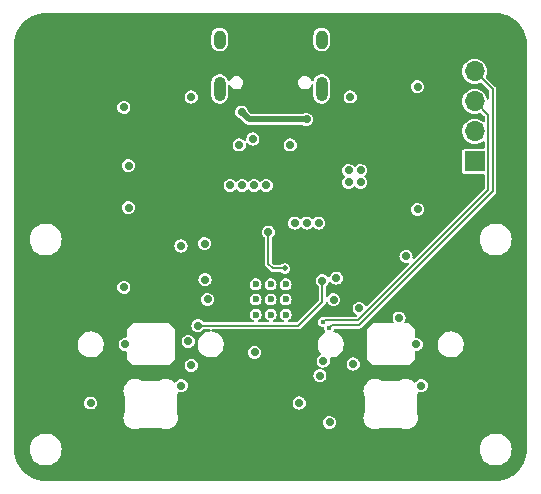
<source format=gbr>
%TF.GenerationSoftware,KiCad,Pcbnew,7.0.1*%
%TF.CreationDate,2023-05-13T23:39:39+01:00*%
%TF.ProjectId,MoonPad,4d6f6f6e-5061-4642-9e6b-696361645f70,rev?*%
%TF.SameCoordinates,Original*%
%TF.FileFunction,Copper,L4,Bot*%
%TF.FilePolarity,Positive*%
%FSLAX46Y46*%
G04 Gerber Fmt 4.6, Leading zero omitted, Abs format (unit mm)*
G04 Created by KiCad (PCBNEW 7.0.1) date 2023-05-13 23:39:39*
%MOMM*%
%LPD*%
G01*
G04 APERTURE LIST*
%TA.AperFunction,ComponentPad*%
%ADD10O,1.000000X2.100000*%
%TD*%
%TA.AperFunction,ComponentPad*%
%ADD11O,1.000000X1.600000*%
%TD*%
%TA.AperFunction,ComponentPad*%
%ADD12C,0.600000*%
%TD*%
%TA.AperFunction,ComponentPad*%
%ADD13R,1.700000X1.700000*%
%TD*%
%TA.AperFunction,ComponentPad*%
%ADD14O,1.700000X1.700000*%
%TD*%
%TA.AperFunction,ViaPad*%
%ADD15C,0.700000*%
%TD*%
%TA.AperFunction,ViaPad*%
%ADD16C,0.500000*%
%TD*%
%TA.AperFunction,ViaPad*%
%ADD17C,0.450000*%
%TD*%
%TA.AperFunction,Conductor*%
%ADD18C,0.500000*%
%TD*%
%TA.AperFunction,Conductor*%
%ADD19C,0.200000*%
%TD*%
G04 APERTURE END LIST*
D10*
%TO.P,J3,S1,SHIELD*%
%TO.N,GND*%
X150370000Y-83775000D03*
D11*
X150370000Y-79595000D03*
D10*
X141730000Y-83775000D03*
D11*
X141730000Y-79595000D03*
%TD*%
D12*
%TO.P,U3,57,GND*%
%TO.N,GND*%
X144775000Y-100325000D03*
X144775000Y-101600000D03*
X144775000Y-102875000D03*
X146050000Y-100325000D03*
X146050000Y-101600000D03*
X146050000Y-102875000D03*
X147325000Y-100325000D03*
X147325000Y-101600000D03*
X147325000Y-102875000D03*
%TD*%
D13*
%TO.P,J1,1,Pin_1*%
%TO.N,GND*%
X163322000Y-89906000D03*
D14*
%TO.P,J1,2,Pin_2*%
%TO.N,+3V3*%
X163322000Y-87366000D03*
%TO.P,J1,3,Pin_3*%
%TO.N,/OLED_SCL*%
X163322000Y-84826000D03*
%TO.P,J1,4,Pin_4*%
%TO.N,/OLED_SDA*%
X163322000Y-82286000D03*
%TD*%
D15*
%TO.N,VBUS*%
X143600000Y-85736600D03*
X149098000Y-86360000D03*
%TO.N,GND*%
X139065000Y-105156000D03*
X150114000Y-95123000D03*
X152654000Y-91694000D03*
X158496002Y-93979996D03*
X140716000Y-101600000D03*
X150217500Y-108053500D03*
X133731000Y-105410000D03*
X151384000Y-101628000D03*
X143383000Y-88517000D03*
X147701000Y-88517000D03*
X133618000Y-85330000D03*
X158482000Y-83580000D03*
X134021102Y-90272001D03*
X130810000Y-110363000D03*
X150495000Y-106807000D03*
X152654000Y-90678000D03*
X148463000Y-110363000D03*
X153670000Y-90678000D03*
X133618000Y-100570000D03*
X144687289Y-106070887D03*
X144653000Y-91948000D03*
X153670000Y-91694000D03*
X134021102Y-93827998D03*
X153035000Y-107061000D03*
X149098000Y-95123000D03*
X145669000Y-91948000D03*
X142621000Y-91948000D03*
X157510000Y-97947000D03*
X139319000Y-84455000D03*
X140462000Y-96870700D03*
X153543002Y-102362000D03*
X138490000Y-108894135D03*
X144542000Y-88016098D03*
X156921200Y-103174800D03*
X140490000Y-99921000D03*
X151610000Y-99794000D03*
X138463100Y-97075125D03*
X158810000Y-108894135D03*
X148082000Y-95123000D03*
X152781000Y-84455000D03*
X151040097Y-112014000D03*
X143637000Y-91948000D03*
X158369000Y-105410000D03*
X139319000Y-107188000D03*
%TO.N,+1V1*%
X145850000Y-95885000D03*
D16*
X147253371Y-98977451D03*
D15*
%TO.N,ADC_X*%
X150426900Y-99998100D03*
X139888000Y-103820000D03*
D17*
%TO.N,/OLED_SCL*%
X150495000Y-103505000D03*
%TO.N,/OLED_SDA*%
X151003000Y-104002018D03*
D15*
%TO.N,+5V*%
X139319000Y-83566000D03*
X158496000Y-91694000D03*
X151892000Y-112014000D03*
X146542000Y-87614000D03*
X158496000Y-94995996D03*
X153543001Y-99822001D03*
X139319000Y-98806000D03*
X158496000Y-92710000D03*
X152781000Y-85344000D03*
X130810000Y-111252000D03*
X158496001Y-90678000D03*
%TD*%
D18*
%TO.N,VBUS*%
X144223400Y-86360000D02*
X143600000Y-85736600D01*
X149098000Y-86360000D02*
X144223400Y-86360000D01*
D19*
%TO.N,+1V1*%
X146221451Y-98977451D02*
X147253371Y-98977451D01*
X145850000Y-95885000D02*
X145850000Y-98606000D01*
X145850000Y-98606000D02*
X146221451Y-98977451D01*
%TO.N,ADC_X*%
X150426900Y-99998100D02*
X150426900Y-101795100D01*
X148402000Y-103820000D02*
X139888000Y-103820000D01*
X150426900Y-101795100D02*
X148402000Y-103820000D01*
%TO.N,/OLED_SCL*%
X150495000Y-103505000D02*
X150622000Y-103378000D01*
X164465000Y-92329000D02*
X164465000Y-85969000D01*
X153416000Y-103378000D02*
X164465000Y-92329000D01*
X164465000Y-85969000D02*
X163322000Y-84826000D01*
X150622000Y-103378000D02*
X153416000Y-103378000D01*
%TO.N,/OLED_SDA*%
X151246018Y-103759000D02*
X153543000Y-103759000D01*
X151003000Y-104002018D02*
X151246018Y-103759000D01*
X164846000Y-92456000D02*
X164846000Y-83810000D01*
X164846000Y-83810000D02*
X163322000Y-82286000D01*
X153543000Y-103759000D02*
X164846000Y-92456000D01*
%TD*%
%TA.AperFunction,Conductor*%
%TO.N,+5V*%
G36*
X165102777Y-77335655D02*
G01*
X165393902Y-77352005D01*
X165404925Y-77353247D01*
X165689661Y-77401625D01*
X165700455Y-77404088D01*
X165977994Y-77484046D01*
X165988465Y-77487710D01*
X166111584Y-77538708D01*
X166255287Y-77598232D01*
X166265289Y-77603049D01*
X166518053Y-77742746D01*
X166527453Y-77748652D01*
X166762992Y-77915777D01*
X166771661Y-77922690D01*
X166987019Y-78115145D01*
X166994854Y-78122980D01*
X167187305Y-78338333D01*
X167194226Y-78347012D01*
X167361346Y-78582545D01*
X167367253Y-78591946D01*
X167506950Y-78844710D01*
X167511767Y-78854712D01*
X167622287Y-79121530D01*
X167625954Y-79132009D01*
X167705907Y-79409529D01*
X167708377Y-79420353D01*
X167756751Y-79705069D01*
X167757994Y-79716101D01*
X167774344Y-80007222D01*
X167774500Y-80012773D01*
X167774500Y-114297227D01*
X167774344Y-114302778D01*
X167757994Y-114593898D01*
X167756751Y-114604930D01*
X167708377Y-114889646D01*
X167705907Y-114900470D01*
X167625954Y-115177990D01*
X167622287Y-115188469D01*
X167511767Y-115455287D01*
X167506950Y-115465289D01*
X167367253Y-115718053D01*
X167361346Y-115727454D01*
X167194226Y-115962987D01*
X167187305Y-115971666D01*
X166994862Y-116187011D01*
X166987011Y-116194862D01*
X166771666Y-116387305D01*
X166762987Y-116394226D01*
X166527454Y-116561346D01*
X166518053Y-116567253D01*
X166265289Y-116706950D01*
X166255287Y-116711767D01*
X165988469Y-116822287D01*
X165977990Y-116825954D01*
X165700470Y-116905907D01*
X165689646Y-116908377D01*
X165404930Y-116956751D01*
X165393898Y-116957994D01*
X165102778Y-116974344D01*
X165097227Y-116974500D01*
X127002773Y-116974500D01*
X126997222Y-116974344D01*
X126706101Y-116957994D01*
X126695069Y-116956751D01*
X126410353Y-116908377D01*
X126399531Y-116905907D01*
X126329936Y-116885857D01*
X126122009Y-116825954D01*
X126111530Y-116822287D01*
X125844712Y-116711767D01*
X125834710Y-116706950D01*
X125581946Y-116567253D01*
X125572545Y-116561346D01*
X125337012Y-116394226D01*
X125328333Y-116387305D01*
X125112980Y-116194854D01*
X125105145Y-116187019D01*
X124912690Y-115971661D01*
X124905777Y-115962992D01*
X124738652Y-115727453D01*
X124732746Y-115718053D01*
X124593049Y-115465289D01*
X124588232Y-115455287D01*
X124477712Y-115188469D01*
X124474045Y-115177990D01*
X124472146Y-115171397D01*
X124394088Y-114900455D01*
X124391625Y-114889661D01*
X124343247Y-114604925D01*
X124342005Y-114593898D01*
X124335640Y-114480566D01*
X124325655Y-114302777D01*
X124325577Y-114299999D01*
X125644340Y-114299999D01*
X125664936Y-114535405D01*
X125726098Y-114763667D01*
X125825963Y-114977826D01*
X125825964Y-114977827D01*
X125825965Y-114977829D01*
X125961505Y-115171401D01*
X126128599Y-115338495D01*
X126322171Y-115474035D01*
X126322172Y-115474035D01*
X126322173Y-115474036D01*
X126536332Y-115573901D01*
X126536333Y-115573901D01*
X126536337Y-115573903D01*
X126764592Y-115635063D01*
X126835168Y-115641237D01*
X126941031Y-115650500D01*
X126941034Y-115650500D01*
X127058966Y-115650500D01*
X127058969Y-115650500D01*
X127147186Y-115642781D01*
X127235408Y-115635063D01*
X127463663Y-115573903D01*
X127677829Y-115474035D01*
X127871401Y-115338495D01*
X128038495Y-115171401D01*
X128174035Y-114977830D01*
X128273903Y-114763663D01*
X128335063Y-114535408D01*
X128355659Y-114300000D01*
X163744340Y-114300000D01*
X163764936Y-114535405D01*
X163826098Y-114763667D01*
X163925963Y-114977826D01*
X163925964Y-114977827D01*
X163925965Y-114977829D01*
X164061505Y-115171401D01*
X164228599Y-115338495D01*
X164422171Y-115474035D01*
X164422172Y-115474035D01*
X164422173Y-115474036D01*
X164636332Y-115573901D01*
X164636333Y-115573901D01*
X164636337Y-115573903D01*
X164864592Y-115635063D01*
X164935168Y-115641237D01*
X165041031Y-115650500D01*
X165041034Y-115650500D01*
X165158966Y-115650500D01*
X165158969Y-115650500D01*
X165247186Y-115642781D01*
X165335408Y-115635063D01*
X165563663Y-115573903D01*
X165777829Y-115474035D01*
X165971401Y-115338495D01*
X166138495Y-115171401D01*
X166274035Y-114977830D01*
X166373903Y-114763663D01*
X166435063Y-114535408D01*
X166455659Y-114300000D01*
X166435063Y-114064592D01*
X166373903Y-113836337D01*
X166274035Y-113622171D01*
X166138495Y-113428599D01*
X165971401Y-113261505D01*
X165777829Y-113125965D01*
X165777828Y-113125964D01*
X165777826Y-113125963D01*
X165563667Y-113026098D01*
X165335405Y-112964936D01*
X165158969Y-112949500D01*
X165158966Y-112949500D01*
X165041034Y-112949500D01*
X165041031Y-112949500D01*
X164864594Y-112964936D01*
X164636332Y-113026098D01*
X164422173Y-113125963D01*
X164228602Y-113261502D01*
X164061502Y-113428602D01*
X163925963Y-113622172D01*
X163826098Y-113836332D01*
X163764936Y-114064594D01*
X163744340Y-114300000D01*
X128355659Y-114300000D01*
X128335063Y-114064592D01*
X128273903Y-113836337D01*
X128174035Y-113622171D01*
X128038495Y-113428599D01*
X127871401Y-113261505D01*
X127677829Y-113125965D01*
X127677828Y-113125964D01*
X127677826Y-113125963D01*
X127463667Y-113026098D01*
X127235405Y-112964936D01*
X127058969Y-112949500D01*
X127058966Y-112949500D01*
X126941034Y-112949500D01*
X126941031Y-112949500D01*
X126764594Y-112964936D01*
X126536332Y-113026098D01*
X126322173Y-113125963D01*
X126128602Y-113261502D01*
X125961502Y-113428602D01*
X125825963Y-113622172D01*
X125726098Y-113836332D01*
X125664936Y-114064594D01*
X125644340Y-114299999D01*
X124325577Y-114299999D01*
X124325500Y-114297227D01*
X124325500Y-111609006D01*
X133586463Y-111609006D01*
X133604219Y-111790742D01*
X133654579Y-111966263D01*
X133735883Y-112129771D01*
X133845438Y-112275856D01*
X133979626Y-112399693D01*
X133979628Y-112399694D01*
X133979630Y-112399696D01*
X134134023Y-112497198D01*
X134303515Y-112565142D01*
X134482506Y-112601281D01*
X134604223Y-112603374D01*
X134665081Y-112604422D01*
X134665081Y-112604421D01*
X134665082Y-112604422D01*
X134845210Y-112574460D01*
X135016938Y-112512386D01*
X135024771Y-112507820D01*
X135027289Y-112506354D01*
X135027921Y-112506089D01*
X135072535Y-112480023D01*
X135122486Y-112466502D01*
X135161392Y-112466506D01*
X135161395Y-112466504D01*
X135174449Y-112466506D01*
X135174511Y-112466499D01*
X136605329Y-112466499D01*
X136605381Y-112466505D01*
X136618604Y-112466503D01*
X136618608Y-112466505D01*
X136657512Y-112466501D01*
X136707459Y-112480019D01*
X136741130Y-112499691D01*
X136741132Y-112499691D01*
X136751944Y-112506008D01*
X136752842Y-112506384D01*
X136763079Y-112512350D01*
X136934799Y-112574420D01*
X137114921Y-112604381D01*
X137297489Y-112601240D01*
X137476473Y-112565103D01*
X137645958Y-112497162D01*
X137800345Y-112399664D01*
X137934531Y-112275828D01*
X138044083Y-112129748D01*
X138101639Y-112013999D01*
X150484847Y-112013999D01*
X150503766Y-112157709D01*
X150542989Y-112252401D01*
X150559236Y-112291625D01*
X150597547Y-112341552D01*
X150647475Y-112406621D01*
X150697403Y-112444932D01*
X150762472Y-112494861D01*
X150857164Y-112534083D01*
X150896387Y-112550330D01*
X150913105Y-112552531D01*
X151040097Y-112569250D01*
X151183806Y-112550330D01*
X151317722Y-112494861D01*
X151432718Y-112406621D01*
X151520958Y-112291625D01*
X151576427Y-112157709D01*
X151595347Y-112014000D01*
X151576427Y-111870291D01*
X151520958Y-111736375D01*
X151471029Y-111671306D01*
X151432718Y-111621378D01*
X151416594Y-111609006D01*
X153906463Y-111609006D01*
X153924219Y-111790742D01*
X153974579Y-111966263D01*
X154055883Y-112129771D01*
X154165438Y-112275856D01*
X154299626Y-112399693D01*
X154299628Y-112399694D01*
X154299630Y-112399696D01*
X154454023Y-112497198D01*
X154623515Y-112565142D01*
X154802506Y-112601281D01*
X154924223Y-112603374D01*
X154985081Y-112604422D01*
X154985081Y-112604421D01*
X154985082Y-112604422D01*
X155165210Y-112574460D01*
X155336938Y-112512386D01*
X155344771Y-112507820D01*
X155347289Y-112506354D01*
X155347921Y-112506089D01*
X155392535Y-112480023D01*
X155442486Y-112466502D01*
X155481392Y-112466506D01*
X155481395Y-112466504D01*
X155494449Y-112466506D01*
X155494511Y-112466499D01*
X156925329Y-112466499D01*
X156925381Y-112466505D01*
X156938604Y-112466503D01*
X156938608Y-112466505D01*
X156977512Y-112466501D01*
X157027459Y-112480019D01*
X157061130Y-112499691D01*
X157061132Y-112499691D01*
X157071944Y-112506008D01*
X157072842Y-112506384D01*
X157083079Y-112512350D01*
X157254799Y-112574420D01*
X157434921Y-112604381D01*
X157617489Y-112601240D01*
X157796473Y-112565103D01*
X157965958Y-112497162D01*
X158120345Y-112399664D01*
X158254531Y-112275828D01*
X158364083Y-112129748D01*
X158445382Y-111966250D01*
X158495741Y-111790736D01*
X158513496Y-111609006D01*
X158498060Y-111427064D01*
X158449944Y-111250922D01*
X158444685Y-111239964D01*
X158444396Y-111239082D01*
X158420318Y-111189107D01*
X158410506Y-111146104D01*
X158410520Y-111103108D01*
X158410519Y-111103104D01*
X158410523Y-111090126D01*
X158410499Y-111089937D01*
X158410499Y-109785890D01*
X158420244Y-109743059D01*
X158424106Y-109735011D01*
X158424143Y-109735029D01*
X158424163Y-109734890D01*
X158439019Y-109704040D01*
X158439019Y-109704037D01*
X158444556Y-109692540D01*
X158444704Y-109692089D01*
X158444726Y-109692043D01*
X158449981Y-109681094D01*
X158498100Y-109504945D01*
X158498468Y-109500601D01*
X158522094Y-109444369D01*
X158574197Y-109412657D01*
X158634999Y-109417504D01*
X158666290Y-109430465D01*
X158683008Y-109432666D01*
X158810000Y-109449385D01*
X158953709Y-109430465D01*
X159087625Y-109374996D01*
X159202621Y-109286756D01*
X159290861Y-109171760D01*
X159346330Y-109037844D01*
X159365250Y-108894135D01*
X159346330Y-108750426D01*
X159290861Y-108616510D01*
X159226272Y-108532336D01*
X159202621Y-108501513D01*
X159130432Y-108446121D01*
X159087625Y-108413274D01*
X159048401Y-108397027D01*
X158953709Y-108357804D01*
X158810000Y-108338885D01*
X158666290Y-108357804D01*
X158532375Y-108413274D01*
X158417378Y-108501513D01*
X158346421Y-108593987D01*
X158302979Y-108626289D01*
X158249042Y-108630911D01*
X158200739Y-108606474D01*
X158120371Y-108532305D01*
X158120368Y-108532303D01*
X158120367Y-108532302D01*
X157965982Y-108434804D01*
X157965979Y-108434803D01*
X157965978Y-108434802D01*
X157852983Y-108389505D01*
X157796484Y-108366857D01*
X157617492Y-108330718D01*
X157434919Y-108327577D01*
X157254789Y-108357539D01*
X157083061Y-108419613D01*
X157072514Y-108425759D01*
X157071887Y-108426023D01*
X157027461Y-108451978D01*
X156977514Y-108465496D01*
X156938967Y-108465493D01*
X156938607Y-108465493D01*
X156925550Y-108465492D01*
X156925489Y-108465500D01*
X155442493Y-108465500D01*
X155392538Y-108451972D01*
X155348286Y-108426108D01*
X155347272Y-108425683D01*
X155336920Y-108419650D01*
X155165201Y-108357579D01*
X154985079Y-108327618D01*
X154802514Y-108330759D01*
X154623528Y-108366896D01*
X154454038Y-108434838D01*
X154299659Y-108532333D01*
X154165467Y-108656172D01*
X154055918Y-108802249D01*
X153974617Y-108965749D01*
X153933439Y-109109267D01*
X153924259Y-109141264D01*
X153906504Y-109322994D01*
X153908112Y-109341949D01*
X153921940Y-109504937D01*
X153970057Y-109681080D01*
X153975318Y-109692043D01*
X153975561Y-109692784D01*
X153999700Y-109742917D01*
X154009501Y-109785865D01*
X154009501Y-111146109D01*
X153999753Y-111188946D01*
X153996029Y-111196705D01*
X153995977Y-111196814D01*
X153975590Y-111239157D01*
X153975443Y-111239600D01*
X153970018Y-111250904D01*
X153921900Y-111427054D01*
X153906463Y-111609006D01*
X151416594Y-111609006D01*
X151364132Y-111568751D01*
X151317722Y-111533139D01*
X151278498Y-111516892D01*
X151183806Y-111477669D01*
X151040097Y-111458750D01*
X150896387Y-111477669D01*
X150762472Y-111533139D01*
X150647475Y-111621378D01*
X150559236Y-111736375D01*
X150503766Y-111870290D01*
X150484847Y-112013999D01*
X138101639Y-112013999D01*
X138125382Y-111966250D01*
X138175741Y-111790736D01*
X138193496Y-111609006D01*
X138178060Y-111427064D01*
X138129944Y-111250922D01*
X138124685Y-111239964D01*
X138124396Y-111239082D01*
X138100318Y-111189107D01*
X138090506Y-111146104D01*
X138090520Y-111103108D01*
X138090519Y-111103104D01*
X138090523Y-111090126D01*
X138090499Y-111089937D01*
X138090499Y-110363000D01*
X147907750Y-110363000D01*
X147926669Y-110506709D01*
X147965892Y-110601401D01*
X147982139Y-110640625D01*
X148020450Y-110690552D01*
X148070378Y-110755621D01*
X148120306Y-110793932D01*
X148185375Y-110843861D01*
X148280067Y-110883083D01*
X148319290Y-110899330D01*
X148336008Y-110901531D01*
X148463000Y-110918250D01*
X148606709Y-110899330D01*
X148740625Y-110843861D01*
X148855621Y-110755621D01*
X148943861Y-110640625D01*
X148999330Y-110506709D01*
X149018250Y-110363000D01*
X148999330Y-110219291D01*
X148943861Y-110085375D01*
X148893932Y-110020306D01*
X148855621Y-109970378D01*
X148790552Y-109920450D01*
X148740625Y-109882139D01*
X148701401Y-109865892D01*
X148606709Y-109826669D01*
X148463000Y-109807750D01*
X148319290Y-109826669D01*
X148185375Y-109882139D01*
X148070378Y-109970378D01*
X147982139Y-110085375D01*
X147926669Y-110219290D01*
X147907750Y-110363000D01*
X138090499Y-110363000D01*
X138090499Y-109785890D01*
X138100244Y-109743059D01*
X138104106Y-109735011D01*
X138104143Y-109735029D01*
X138104163Y-109734890D01*
X138119019Y-109704040D01*
X138119019Y-109704037D01*
X138124556Y-109692540D01*
X138124704Y-109692089D01*
X138124726Y-109692043D01*
X138129981Y-109681094D01*
X138178100Y-109504945D01*
X138178468Y-109500601D01*
X138202094Y-109444369D01*
X138254197Y-109412657D01*
X138314999Y-109417504D01*
X138346290Y-109430465D01*
X138363008Y-109432666D01*
X138490000Y-109449385D01*
X138633709Y-109430465D01*
X138767625Y-109374996D01*
X138882621Y-109286756D01*
X138970861Y-109171760D01*
X139026330Y-109037844D01*
X139045250Y-108894135D01*
X139026330Y-108750426D01*
X138970861Y-108616510D01*
X138906272Y-108532336D01*
X138882621Y-108501513D01*
X138810432Y-108446121D01*
X138767625Y-108413274D01*
X138728401Y-108397027D01*
X138633709Y-108357804D01*
X138490000Y-108338885D01*
X138346290Y-108357804D01*
X138212375Y-108413274D01*
X138097378Y-108501513D01*
X138026421Y-108593987D01*
X137982979Y-108626289D01*
X137929042Y-108630911D01*
X137880739Y-108606474D01*
X137800371Y-108532305D01*
X137800368Y-108532303D01*
X137800367Y-108532302D01*
X137645982Y-108434804D01*
X137645979Y-108434803D01*
X137645978Y-108434802D01*
X137532983Y-108389505D01*
X137476484Y-108366857D01*
X137297492Y-108330718D01*
X137114919Y-108327577D01*
X136934789Y-108357539D01*
X136763061Y-108419613D01*
X136752514Y-108425759D01*
X136751887Y-108426023D01*
X136707461Y-108451978D01*
X136657514Y-108465496D01*
X136618967Y-108465493D01*
X136618607Y-108465493D01*
X136605550Y-108465492D01*
X136605489Y-108465500D01*
X135122493Y-108465500D01*
X135072538Y-108451972D01*
X135028286Y-108426108D01*
X135027272Y-108425683D01*
X135016920Y-108419650D01*
X134845201Y-108357579D01*
X134665079Y-108327618D01*
X134482514Y-108330759D01*
X134303528Y-108366896D01*
X134134038Y-108434838D01*
X133979659Y-108532333D01*
X133845467Y-108656172D01*
X133735918Y-108802249D01*
X133654617Y-108965749D01*
X133613439Y-109109267D01*
X133604259Y-109141264D01*
X133586504Y-109322994D01*
X133588112Y-109341949D01*
X133601940Y-109504937D01*
X133650057Y-109681080D01*
X133655318Y-109692043D01*
X133655561Y-109692784D01*
X133679700Y-109742917D01*
X133689501Y-109785865D01*
X133689501Y-111146109D01*
X133679753Y-111188946D01*
X133676029Y-111196705D01*
X133675977Y-111196814D01*
X133655590Y-111239157D01*
X133655443Y-111239600D01*
X133650018Y-111250904D01*
X133601900Y-111427054D01*
X133586463Y-111609006D01*
X124325500Y-111609006D01*
X124325500Y-110363000D01*
X130254750Y-110363000D01*
X130273669Y-110506709D01*
X130312892Y-110601401D01*
X130329139Y-110640625D01*
X130367450Y-110690552D01*
X130417378Y-110755621D01*
X130467306Y-110793932D01*
X130532375Y-110843861D01*
X130627067Y-110883083D01*
X130666290Y-110899330D01*
X130683008Y-110901531D01*
X130810000Y-110918250D01*
X130953709Y-110899330D01*
X131087625Y-110843861D01*
X131202621Y-110755621D01*
X131290861Y-110640625D01*
X131346330Y-110506709D01*
X131365250Y-110363000D01*
X131346330Y-110219291D01*
X131290861Y-110085375D01*
X131240932Y-110020306D01*
X131202621Y-109970378D01*
X131137552Y-109920450D01*
X131087625Y-109882139D01*
X131048401Y-109865892D01*
X130953709Y-109826669D01*
X130810000Y-109807750D01*
X130666290Y-109826669D01*
X130532375Y-109882139D01*
X130417378Y-109970378D01*
X130329139Y-110085375D01*
X130273669Y-110219290D01*
X130254750Y-110363000D01*
X124325500Y-110363000D01*
X124325500Y-108053499D01*
X149662250Y-108053499D01*
X149681169Y-108197209D01*
X149720392Y-108291901D01*
X149736639Y-108331125D01*
X149764057Y-108366857D01*
X149824878Y-108446121D01*
X149850134Y-108465500D01*
X149939875Y-108534361D01*
X150034567Y-108573583D01*
X150073790Y-108589830D01*
X150090508Y-108592031D01*
X150217500Y-108608750D01*
X150361209Y-108589830D01*
X150495125Y-108534361D01*
X150610121Y-108446121D01*
X150698361Y-108331125D01*
X150753830Y-108197209D01*
X150772750Y-108053500D01*
X150753830Y-107909791D01*
X150698361Y-107775875D01*
X150616246Y-107668861D01*
X150610121Y-107660878D01*
X150495125Y-107572639D01*
X150445339Y-107552017D01*
X150401636Y-107516626D01*
X150384259Y-107463142D01*
X150398816Y-107408822D01*
X150440609Y-107371195D01*
X150482165Y-107364615D01*
X150482078Y-107363951D01*
X150494999Y-107362249D01*
X150495000Y-107362250D01*
X150638709Y-107343330D01*
X150772625Y-107287861D01*
X150887621Y-107199621D01*
X150975861Y-107084625D01*
X150985647Y-107061000D01*
X152479750Y-107061000D01*
X152498669Y-107204709D01*
X152533112Y-107287860D01*
X152554139Y-107338625D01*
X152574082Y-107364615D01*
X152642378Y-107453621D01*
X152688879Y-107489302D01*
X152757375Y-107541861D01*
X152831681Y-107572639D01*
X152891290Y-107597330D01*
X152908008Y-107599531D01*
X153035000Y-107616250D01*
X153178709Y-107597330D01*
X153312625Y-107541861D01*
X153427621Y-107453621D01*
X153515861Y-107338625D01*
X153571330Y-107204709D01*
X153590250Y-107061000D01*
X153571330Y-106917291D01*
X153568465Y-106910375D01*
X153555083Y-106878067D01*
X153515861Y-106783375D01*
X153457363Y-106707139D01*
X153436539Y-106680000D01*
X154178000Y-106680000D01*
X154686000Y-107188000D01*
X157733999Y-107188000D01*
X157734000Y-107188000D01*
X158242000Y-106680000D01*
X158242000Y-106061418D01*
X158257504Y-106008226D01*
X158299160Y-105971694D01*
X158353921Y-105963265D01*
X158356786Y-105963642D01*
X158369000Y-105965250D01*
X158512709Y-105946330D01*
X158646625Y-105890861D01*
X158761621Y-105802621D01*
X158849861Y-105687625D01*
X158905330Y-105553709D01*
X158924250Y-105410000D01*
X158917324Y-105357395D01*
X160185745Y-105357395D01*
X160195746Y-105567332D01*
X160245294Y-105771574D01*
X160332604Y-105962754D01*
X160454510Y-106133948D01*
X160454513Y-106133951D01*
X160454514Y-106133952D01*
X160534367Y-106210091D01*
X160606622Y-106278986D01*
X160783431Y-106392615D01*
X160978539Y-106470724D01*
X160978541Y-106470724D01*
X160978543Y-106470725D01*
X161184915Y-106510500D01*
X161342422Y-106510500D01*
X161342425Y-106510500D01*
X161499218Y-106495528D01*
X161700875Y-106436316D01*
X161887682Y-106340011D01*
X162052886Y-106210092D01*
X162190519Y-106051256D01*
X162295604Y-105869244D01*
X162364344Y-105670633D01*
X162394254Y-105462602D01*
X162384254Y-105252670D01*
X162359193Y-105149367D01*
X162334705Y-105048425D01*
X162247395Y-104857245D01*
X162125489Y-104686051D01*
X161973377Y-104541013D01*
X161796568Y-104427384D01*
X161601460Y-104349275D01*
X161432499Y-104316711D01*
X161395085Y-104309500D01*
X161237575Y-104309500D01*
X161148015Y-104318052D01*
X161080780Y-104324472D01*
X160879124Y-104383683D01*
X160692317Y-104479989D01*
X160527112Y-104609908D01*
X160389483Y-104768740D01*
X160284395Y-104950758D01*
X160215655Y-105149369D01*
X160185745Y-105357395D01*
X158917324Y-105357395D01*
X158905330Y-105266291D01*
X158849861Y-105132375D01*
X158785443Y-105048424D01*
X158761621Y-105017378D01*
X158674799Y-104950758D01*
X158646625Y-104929139D01*
X158607401Y-104912892D01*
X158512709Y-104873669D01*
X158384077Y-104856735D01*
X158369000Y-104854750D01*
X158368999Y-104854750D01*
X158353921Y-104856735D01*
X158299160Y-104848306D01*
X158257504Y-104811774D01*
X158242000Y-104758582D01*
X158242000Y-104140001D01*
X158242000Y-104140000D01*
X157734000Y-103632000D01*
X157733999Y-103632000D01*
X157465020Y-103632000D01*
X157412741Y-103617071D01*
X157376230Y-103576787D01*
X157366497Y-103523296D01*
X157386478Y-103472733D01*
X157387330Y-103471623D01*
X157402061Y-103452425D01*
X157457530Y-103318509D01*
X157476450Y-103174800D01*
X157457530Y-103031091D01*
X157402061Y-102897175D01*
X157352132Y-102832106D01*
X157313821Y-102782178D01*
X157248752Y-102732250D01*
X157198825Y-102693939D01*
X157159601Y-102677692D01*
X157064909Y-102638469D01*
X156921200Y-102619550D01*
X156777490Y-102638469D01*
X156643575Y-102693939D01*
X156528578Y-102782178D01*
X156440339Y-102897175D01*
X156384869Y-103031090D01*
X156365950Y-103174800D01*
X156384869Y-103318509D01*
X156440338Y-103452424D01*
X156455922Y-103472733D01*
X156475903Y-103523296D01*
X156466170Y-103576787D01*
X156429659Y-103617071D01*
X156377380Y-103632000D01*
X154686000Y-103632000D01*
X154178000Y-104140000D01*
X154178000Y-106680000D01*
X153436539Y-106680000D01*
X153427621Y-106668378D01*
X153362552Y-106618450D01*
X153312625Y-106580139D01*
X153250724Y-106554499D01*
X153178709Y-106524669D01*
X153035000Y-106505750D01*
X152891290Y-106524669D01*
X152757375Y-106580139D01*
X152642378Y-106668378D01*
X152554139Y-106783375D01*
X152498669Y-106917290D01*
X152479750Y-107061000D01*
X150985647Y-107061000D01*
X151031330Y-106950709D01*
X151050250Y-106807000D01*
X151031330Y-106663291D01*
X151024741Y-106647385D01*
X151017683Y-106599796D01*
X151033891Y-106554499D01*
X151069538Y-106522190D01*
X151116206Y-106510500D01*
X151182422Y-106510500D01*
X151182425Y-106510500D01*
X151339218Y-106495528D01*
X151540875Y-106436316D01*
X151727682Y-106340011D01*
X151892886Y-106210092D01*
X152030519Y-106051256D01*
X152135604Y-105869244D01*
X152204344Y-105670633D01*
X152234254Y-105462602D01*
X152224254Y-105252670D01*
X152199193Y-105149367D01*
X152174705Y-105048425D01*
X152087395Y-104857245D01*
X151965489Y-104686051D01*
X151813377Y-104541013D01*
X151636569Y-104427385D01*
X151432681Y-104345761D01*
X151433525Y-104343650D01*
X151392345Y-104321201D01*
X151365944Y-104267171D01*
X151375683Y-104207831D01*
X151419838Y-104121173D01*
X151420400Y-104121459D01*
X151429163Y-104100306D01*
X151464311Y-104070290D01*
X151509254Y-104059500D01*
X153477835Y-104059500D01*
X153493755Y-104062097D01*
X153500764Y-104061772D01*
X153500765Y-104061773D01*
X153547641Y-104059606D01*
X153552214Y-104059500D01*
X153570844Y-104059500D01*
X153570951Y-104059480D01*
X153584571Y-104057898D01*
X153612992Y-104056585D01*
X153621982Y-104052615D01*
X153643772Y-104045866D01*
X153653433Y-104044061D01*
X153677623Y-104029082D01*
X153689722Y-104022704D01*
X153715765Y-104011206D01*
X153722710Y-104004259D01*
X153740597Y-103990091D01*
X153748952Y-103984919D01*
X153766095Y-103962216D01*
X153775082Y-103951887D01*
X161206970Y-96519999D01*
X163744340Y-96519999D01*
X163764936Y-96755405D01*
X163826098Y-96983667D01*
X163925963Y-97197826D01*
X163925964Y-97197827D01*
X163925965Y-97197829D01*
X164061505Y-97391401D01*
X164228599Y-97558495D01*
X164422171Y-97694035D01*
X164422172Y-97694035D01*
X164422173Y-97694036D01*
X164636332Y-97793901D01*
X164636333Y-97793901D01*
X164636337Y-97793903D01*
X164864592Y-97855063D01*
X164935168Y-97861237D01*
X165041031Y-97870500D01*
X165041034Y-97870500D01*
X165158966Y-97870500D01*
X165158969Y-97870500D01*
X165247186Y-97862781D01*
X165335408Y-97855063D01*
X165563663Y-97793903D01*
X165777829Y-97694035D01*
X165971401Y-97558495D01*
X166138495Y-97391401D01*
X166274035Y-97197830D01*
X166373903Y-96983663D01*
X166435063Y-96755408D01*
X166455659Y-96520000D01*
X166435063Y-96284592D01*
X166373903Y-96056337D01*
X166274035Y-95842171D01*
X166138495Y-95648599D01*
X165971401Y-95481505D01*
X165855890Y-95400624D01*
X165777826Y-95345963D01*
X165563667Y-95246098D01*
X165335405Y-95184936D01*
X165158969Y-95169500D01*
X165158966Y-95169500D01*
X165041034Y-95169500D01*
X165041031Y-95169500D01*
X164864594Y-95184936D01*
X164636332Y-95246098D01*
X164422173Y-95345963D01*
X164228602Y-95481502D01*
X164061502Y-95648602D01*
X163925963Y-95842172D01*
X163826098Y-96056332D01*
X163764936Y-96284594D01*
X163744340Y-96519999D01*
X161206970Y-96519999D01*
X165012405Y-92714564D01*
X165025496Y-92705147D01*
X165030225Y-92699959D01*
X165030228Y-92699958D01*
X165061877Y-92665239D01*
X165064994Y-92661975D01*
X165078174Y-92648797D01*
X165078238Y-92648702D01*
X165086745Y-92637961D01*
X165105916Y-92616933D01*
X165109464Y-92607771D01*
X165120103Y-92587587D01*
X165125657Y-92579481D01*
X165132171Y-92551782D01*
X165136220Y-92538705D01*
X165146500Y-92512173D01*
X165146500Y-92502347D01*
X165149130Y-92479681D01*
X165151379Y-92470119D01*
X165147448Y-92441946D01*
X165146500Y-92428270D01*
X165146500Y-83875165D01*
X165149097Y-83859244D01*
X165146606Y-83805358D01*
X165146500Y-83800786D01*
X165146500Y-83782157D01*
X165146480Y-83782050D01*
X165144898Y-83768430D01*
X165143585Y-83740008D01*
X165139613Y-83731013D01*
X165132866Y-83709224D01*
X165131061Y-83699567D01*
X165116091Y-83675389D01*
X165109698Y-83663261D01*
X165098206Y-83637234D01*
X165091255Y-83630283D01*
X165077086Y-83612393D01*
X165071919Y-83604048D01*
X165049226Y-83586911D01*
X165038883Y-83577911D01*
X164298187Y-82837215D01*
X164275536Y-82802083D01*
X164269403Y-82760734D01*
X164280880Y-82720544D01*
X164297232Y-82689954D01*
X164357300Y-82491934D01*
X164377583Y-82286000D01*
X164357300Y-82080066D01*
X164297232Y-81882046D01*
X164199685Y-81699550D01*
X164068410Y-81539590D01*
X163908450Y-81408315D01*
X163725954Y-81310768D01*
X163725953Y-81310767D01*
X163725952Y-81310767D01*
X163527933Y-81250699D01*
X163322000Y-81230416D01*
X163116066Y-81250699D01*
X162918047Y-81310767D01*
X162735549Y-81408315D01*
X162575590Y-81539590D01*
X162444315Y-81699549D01*
X162346767Y-81882047D01*
X162286699Y-82080066D01*
X162266416Y-82286000D01*
X162286699Y-82491933D01*
X162346767Y-82689952D01*
X162346768Y-82689954D01*
X162444315Y-82872450D01*
X162575590Y-83032410D01*
X162735550Y-83163685D01*
X162918046Y-83261232D01*
X163053678Y-83302375D01*
X163116066Y-83321300D01*
X163321999Y-83341583D01*
X163321999Y-83341582D01*
X163322000Y-83341583D01*
X163527934Y-83321300D01*
X163725954Y-83261232D01*
X163756542Y-83244881D01*
X163796736Y-83233403D01*
X163838084Y-83239536D01*
X163873216Y-83262187D01*
X164516504Y-83905475D01*
X164537964Y-83937593D01*
X164545500Y-83975479D01*
X164545500Y-84573073D01*
X164529879Y-84626448D01*
X164487947Y-84662979D01*
X164432936Y-84671139D01*
X164382204Y-84648353D01*
X164351763Y-84601811D01*
X164297232Y-84422047D01*
X164297232Y-84422046D01*
X164199685Y-84239550D01*
X164068410Y-84079590D01*
X163908450Y-83948315D01*
X163725954Y-83850768D01*
X163725953Y-83850767D01*
X163725952Y-83850767D01*
X163527933Y-83790699D01*
X163322000Y-83770416D01*
X163116066Y-83790699D01*
X162918047Y-83850767D01*
X162735549Y-83948315D01*
X162575590Y-84079590D01*
X162444315Y-84239549D01*
X162346767Y-84422047D01*
X162286699Y-84620066D01*
X162266416Y-84825999D01*
X162286699Y-85031933D01*
X162346767Y-85229952D01*
X162346768Y-85229954D01*
X162444315Y-85412450D01*
X162575590Y-85572410D01*
X162735550Y-85703685D01*
X162918046Y-85801232D01*
X163116066Y-85861300D01*
X163322000Y-85881583D01*
X163527934Y-85861300D01*
X163725954Y-85801232D01*
X163756542Y-85784881D01*
X163796736Y-85773403D01*
X163838084Y-85779536D01*
X163873216Y-85802187D01*
X164135504Y-86064475D01*
X164156964Y-86096593D01*
X164164500Y-86134479D01*
X164164500Y-86489132D01*
X164149140Y-86542097D01*
X164107828Y-86578627D01*
X164053381Y-86587387D01*
X164002696Y-86565660D01*
X163908450Y-86488315D01*
X163725954Y-86390768D01*
X163725953Y-86390767D01*
X163725952Y-86390767D01*
X163527933Y-86330699D01*
X163322000Y-86310416D01*
X163116066Y-86330699D01*
X162918047Y-86390767D01*
X162735549Y-86488315D01*
X162575590Y-86619590D01*
X162444315Y-86779549D01*
X162346767Y-86962047D01*
X162286699Y-87160066D01*
X162266416Y-87366000D01*
X162286699Y-87571933D01*
X162302335Y-87623477D01*
X162346768Y-87769954D01*
X162444315Y-87952450D01*
X162575590Y-88112410D01*
X162735550Y-88243685D01*
X162918046Y-88341232D01*
X163116066Y-88401300D01*
X163322000Y-88421583D01*
X163527934Y-88401300D01*
X163725954Y-88341232D01*
X163908450Y-88243685D01*
X164002696Y-88166339D01*
X164053381Y-88144613D01*
X164107828Y-88153373D01*
X164149140Y-88189903D01*
X164164500Y-88242868D01*
X164164500Y-88756500D01*
X164151237Y-88806000D01*
X164115000Y-88842237D01*
X164065500Y-88855500D01*
X162452252Y-88855500D01*
X162423010Y-88861316D01*
X162393768Y-88867133D01*
X162327447Y-88911447D01*
X162283133Y-88977768D01*
X162271500Y-89036253D01*
X162271500Y-90775747D01*
X162283133Y-90834231D01*
X162327447Y-90900552D01*
X162371762Y-90930162D01*
X162393769Y-90944867D01*
X162452252Y-90956500D01*
X164065500Y-90956500D01*
X164115000Y-90969763D01*
X164151237Y-91006000D01*
X164164500Y-91055500D01*
X164164500Y-92163521D01*
X164156964Y-92201407D01*
X164135504Y-92233525D01*
X158217382Y-98151646D01*
X158163505Y-98179320D01*
X158103591Y-98170432D01*
X158060068Y-98128310D01*
X158049225Y-98068720D01*
X158049765Y-98064615D01*
X158065250Y-97947000D01*
X158046330Y-97803291D01*
X158042441Y-97793903D01*
X158030083Y-97764067D01*
X157990861Y-97669375D01*
X157940932Y-97604306D01*
X157902621Y-97554378D01*
X157837552Y-97504450D01*
X157787625Y-97466139D01*
X157748401Y-97449892D01*
X157653709Y-97410669D01*
X157510000Y-97391750D01*
X157366290Y-97410669D01*
X157232375Y-97466139D01*
X157117378Y-97554378D01*
X157029139Y-97669375D01*
X156973669Y-97803290D01*
X156954750Y-97947000D01*
X156973669Y-98090709D01*
X157006692Y-98170432D01*
X157029139Y-98224625D01*
X157067450Y-98274552D01*
X157117378Y-98339621D01*
X157167306Y-98377932D01*
X157232375Y-98427861D01*
X157327067Y-98467083D01*
X157366290Y-98483330D01*
X157385210Y-98485820D01*
X157510000Y-98502250D01*
X157631720Y-98486225D01*
X157691310Y-98497068D01*
X157733432Y-98540591D01*
X157742320Y-98600505D01*
X157714646Y-98654382D01*
X154205014Y-102164013D01*
X154163748Y-102188746D01*
X154115696Y-102191107D01*
X154072205Y-102170537D01*
X154043546Y-102131895D01*
X154030542Y-102100500D01*
X154023863Y-102084375D01*
X153974943Y-102020621D01*
X153935623Y-101969378D01*
X153853747Y-101906553D01*
X153820627Y-101881139D01*
X153776499Y-101862861D01*
X153686711Y-101825669D01*
X153543002Y-101806750D01*
X153399292Y-101825669D01*
X153265377Y-101881139D01*
X153150380Y-101969378D01*
X153062141Y-102084375D01*
X153006671Y-102218290D01*
X152987752Y-102361999D01*
X153006671Y-102505709D01*
X153045894Y-102600401D01*
X153062141Y-102639625D01*
X153100452Y-102689552D01*
X153150380Y-102754621D01*
X153265373Y-102842858D01*
X153265377Y-102842861D01*
X153312902Y-102862546D01*
X153351540Y-102891202D01*
X153372110Y-102934693D01*
X153369751Y-102982744D01*
X153345018Y-103024010D01*
X153320527Y-103048502D01*
X153288409Y-103069964D01*
X153250522Y-103077500D01*
X150687165Y-103077500D01*
X150671244Y-103074902D01*
X150617358Y-103077394D01*
X150612786Y-103077500D01*
X150594154Y-103077500D01*
X150594031Y-103077523D01*
X150580419Y-103079101D01*
X150548359Y-103080583D01*
X150528301Y-103079470D01*
X150495000Y-103074195D01*
X150361875Y-103095280D01*
X150241781Y-103156471D01*
X150146471Y-103251781D01*
X150085280Y-103371875D01*
X150064195Y-103504999D01*
X150085280Y-103638124D01*
X150085280Y-103638125D01*
X150085281Y-103638126D01*
X150146472Y-103758220D01*
X150241780Y-103853528D01*
X150361874Y-103914719D01*
X150492385Y-103935389D01*
X150530815Y-103950141D01*
X150559924Y-103979251D01*
X150574677Y-104017683D01*
X150593280Y-104135142D01*
X150593280Y-104135143D01*
X150593281Y-104135144D01*
X150654472Y-104255238D01*
X150665348Y-104266114D01*
X150693099Y-104320474D01*
X150683695Y-104380781D01*
X150640707Y-104424111D01*
X150532317Y-104479989D01*
X150367112Y-104609908D01*
X150229483Y-104768740D01*
X150124395Y-104950758D01*
X150055655Y-105149369D01*
X150025745Y-105357395D01*
X150035746Y-105567332D01*
X150085294Y-105771574D01*
X150172603Y-105962751D01*
X150172604Y-105962753D01*
X150294514Y-106133952D01*
X150301625Y-106140732D01*
X150327517Y-106181957D01*
X150330629Y-106230538D01*
X150310209Y-106274730D01*
X150271195Y-106303846D01*
X150217373Y-106326140D01*
X150102378Y-106414378D01*
X150014139Y-106529375D01*
X149958669Y-106663290D01*
X149939750Y-106807000D01*
X149958669Y-106950709D01*
X149997432Y-107044290D01*
X150014139Y-107084625D01*
X150052450Y-107134552D01*
X150102378Y-107199621D01*
X150152306Y-107237932D01*
X150217375Y-107287861D01*
X150262710Y-107306639D01*
X150267159Y-107308482D01*
X150310862Y-107343872D01*
X150328240Y-107397354D01*
X150313686Y-107451673D01*
X150271895Y-107489302D01*
X150230334Y-107495884D01*
X150230422Y-107496549D01*
X150217500Y-107498250D01*
X150202532Y-107500220D01*
X150073790Y-107517169D01*
X149939875Y-107572639D01*
X149824878Y-107660878D01*
X149736639Y-107775875D01*
X149681169Y-107909790D01*
X149662250Y-108053499D01*
X124325500Y-108053499D01*
X124325500Y-105357395D01*
X129705745Y-105357395D01*
X129715746Y-105567332D01*
X129765294Y-105771574D01*
X129852604Y-105962754D01*
X129974510Y-106133948D01*
X129974513Y-106133951D01*
X129974514Y-106133952D01*
X130054367Y-106210091D01*
X130126622Y-106278986D01*
X130303431Y-106392615D01*
X130498539Y-106470724D01*
X130498541Y-106470724D01*
X130498543Y-106470725D01*
X130704915Y-106510500D01*
X130862422Y-106510500D01*
X130862425Y-106510500D01*
X131019218Y-106495528D01*
X131220875Y-106436316D01*
X131407682Y-106340011D01*
X131572886Y-106210092D01*
X131710519Y-106051256D01*
X131815604Y-105869244D01*
X131884344Y-105670633D01*
X131914254Y-105462602D01*
X131911748Y-105409999D01*
X133175750Y-105409999D01*
X133194669Y-105553709D01*
X133229112Y-105636860D01*
X133250139Y-105687625D01*
X133288450Y-105737552D01*
X133338378Y-105802621D01*
X133388306Y-105840932D01*
X133453375Y-105890861D01*
X133541051Y-105927177D01*
X133587290Y-105946330D01*
X133604001Y-105948530D01*
X133731000Y-105965250D01*
X133743526Y-105963600D01*
X133746079Y-105963265D01*
X133800840Y-105971694D01*
X133842496Y-106008226D01*
X133858000Y-106061418D01*
X133858000Y-106680000D01*
X134366000Y-107188000D01*
X137413999Y-107188000D01*
X137414000Y-107188000D01*
X138763750Y-107188000D01*
X138782669Y-107331709D01*
X138814611Y-107408822D01*
X138838139Y-107465625D01*
X138861358Y-107495884D01*
X138926378Y-107580621D01*
X138948154Y-107597330D01*
X139041375Y-107668861D01*
X139136067Y-107708083D01*
X139175290Y-107724330D01*
X139192008Y-107726531D01*
X139319000Y-107743250D01*
X139462709Y-107724330D01*
X139596625Y-107668861D01*
X139711621Y-107580621D01*
X139799861Y-107465625D01*
X139855330Y-107331709D01*
X139874250Y-107188000D01*
X139855330Y-107044291D01*
X139799861Y-106910375D01*
X139749932Y-106845306D01*
X139711621Y-106795378D01*
X139646552Y-106745450D01*
X139596625Y-106707139D01*
X139531105Y-106680000D01*
X139462709Y-106651669D01*
X139319000Y-106632750D01*
X139175290Y-106651669D01*
X139041375Y-106707139D01*
X138926378Y-106795378D01*
X138838139Y-106910375D01*
X138782669Y-107044290D01*
X138763750Y-107188000D01*
X137414000Y-107188000D01*
X137922000Y-106680000D01*
X137922000Y-105155999D01*
X138509750Y-105155999D01*
X138528669Y-105299709D01*
X138552564Y-105357395D01*
X138584139Y-105433625D01*
X138622450Y-105483552D01*
X138672378Y-105548621D01*
X138722306Y-105586932D01*
X138787375Y-105636861D01*
X138868902Y-105670630D01*
X138921290Y-105692330D01*
X138938008Y-105694531D01*
X139065000Y-105711250D01*
X139208709Y-105692330D01*
X139342625Y-105636861D01*
X139457621Y-105548621D01*
X139545861Y-105433625D01*
X139601330Y-105299709D01*
X139620250Y-105156000D01*
X139601330Y-105012291D01*
X139545861Y-104878375D01*
X139461735Y-104768740D01*
X139457621Y-104763378D01*
X139392552Y-104713450D01*
X139342625Y-104675139D01*
X139303401Y-104658892D01*
X139208709Y-104619669D01*
X139065000Y-104600750D01*
X138921290Y-104619669D01*
X138787375Y-104675139D01*
X138672378Y-104763378D01*
X138584139Y-104878375D01*
X138528669Y-105012290D01*
X138509750Y-105155999D01*
X137922000Y-105155999D01*
X137922000Y-104140000D01*
X137602000Y-103820000D01*
X139332750Y-103820000D01*
X139351669Y-103963709D01*
X139390140Y-104056585D01*
X139407139Y-104097625D01*
X139445450Y-104147552D01*
X139495378Y-104212621D01*
X139529965Y-104239160D01*
X139610375Y-104300861D01*
X139705067Y-104340083D01*
X139744290Y-104356330D01*
X139761008Y-104358531D01*
X139888000Y-104375250D01*
X140031709Y-104356330D01*
X140165625Y-104300861D01*
X140280621Y-104212621D01*
X140321588Y-104159230D01*
X140356342Y-104130710D01*
X140400129Y-104120500D01*
X140818608Y-104120500D01*
X140875263Y-104138314D01*
X140911530Y-104185345D01*
X140914356Y-104244668D01*
X140882724Y-104294933D01*
X140828020Y-104318051D01*
X140782845Y-104322365D01*
X140760780Y-104324472D01*
X140559124Y-104383683D01*
X140372317Y-104479989D01*
X140207112Y-104609908D01*
X140069483Y-104768740D01*
X139964395Y-104950758D01*
X139895655Y-105149369D01*
X139865745Y-105357395D01*
X139875746Y-105567332D01*
X139925294Y-105771574D01*
X140012604Y-105962754D01*
X140134510Y-106133948D01*
X140134513Y-106133951D01*
X140134514Y-106133952D01*
X140214367Y-106210091D01*
X140286622Y-106278986D01*
X140463431Y-106392615D01*
X140658539Y-106470724D01*
X140658541Y-106470724D01*
X140658543Y-106470725D01*
X140864915Y-106510500D01*
X141022422Y-106510500D01*
X141022425Y-106510500D01*
X141179218Y-106495528D01*
X141380875Y-106436316D01*
X141567682Y-106340011D01*
X141732886Y-106210092D01*
X141853509Y-106070886D01*
X144132039Y-106070886D01*
X144150958Y-106214596D01*
X144187927Y-106303846D01*
X144206428Y-106348512D01*
X144240268Y-106392613D01*
X144294667Y-106463508D01*
X144304073Y-106470725D01*
X144409664Y-106551748D01*
X144504356Y-106590970D01*
X144543579Y-106607217D01*
X144560297Y-106609418D01*
X144687289Y-106626137D01*
X144830998Y-106607217D01*
X144964914Y-106551748D01*
X145079910Y-106463508D01*
X145168150Y-106348512D01*
X145223619Y-106214596D01*
X145242539Y-106070887D01*
X145223619Y-105927178D01*
X145168150Y-105793262D01*
X145090702Y-105692330D01*
X145079910Y-105678265D01*
X145014841Y-105628337D01*
X144964914Y-105590026D01*
X144910125Y-105567332D01*
X144830998Y-105534556D01*
X144687289Y-105515637D01*
X144543579Y-105534556D01*
X144409664Y-105590026D01*
X144294667Y-105678265D01*
X144206428Y-105793262D01*
X144150958Y-105927177D01*
X144132039Y-106070886D01*
X141853509Y-106070886D01*
X141870519Y-106051256D01*
X141975604Y-105869244D01*
X142044344Y-105670633D01*
X142074254Y-105462602D01*
X142064254Y-105252670D01*
X142039193Y-105149367D01*
X142014705Y-105048425D01*
X141927395Y-104857245D01*
X141805489Y-104686051D01*
X141653377Y-104541013D01*
X141476568Y-104427384D01*
X141281460Y-104349275D01*
X141132023Y-104320474D01*
X141112497Y-104316710D01*
X141061564Y-104289836D01*
X141034206Y-104239160D01*
X141039680Y-104181832D01*
X141076135Y-104137250D01*
X141131234Y-104120500D01*
X148336835Y-104120500D01*
X148352755Y-104123097D01*
X148359764Y-104122772D01*
X148359765Y-104122773D01*
X148406641Y-104120606D01*
X148411214Y-104120500D01*
X148429844Y-104120500D01*
X148429951Y-104120480D01*
X148443571Y-104118898D01*
X148471992Y-104117585D01*
X148480982Y-104113615D01*
X148502772Y-104106866D01*
X148512433Y-104105061D01*
X148536623Y-104090082D01*
X148548722Y-104083704D01*
X148574765Y-104072206D01*
X148581710Y-104065259D01*
X148599597Y-104051091D01*
X148607952Y-104045919D01*
X148625095Y-104023216D01*
X148634082Y-104012887D01*
X150593305Y-102053664D01*
X150606396Y-102044247D01*
X150611125Y-102039059D01*
X150611128Y-102039058D01*
X150642777Y-102004339D01*
X150645894Y-102001075D01*
X150659074Y-101987897D01*
X150659138Y-101987802D01*
X150667645Y-101977061D01*
X150686816Y-101956033D01*
X150690366Y-101946866D01*
X150701004Y-101926685D01*
X150706556Y-101918581D01*
X150709385Y-101906550D01*
X150732285Y-101862861D01*
X150773427Y-101835645D01*
X150822595Y-101831661D01*
X150867582Y-101851898D01*
X150897219Y-101891332D01*
X150903139Y-101905625D01*
X150991378Y-102020621D01*
X151034445Y-102053667D01*
X151106375Y-102108861D01*
X151201067Y-102148083D01*
X151240290Y-102164330D01*
X151257008Y-102166531D01*
X151384000Y-102183250D01*
X151527709Y-102164330D01*
X151661625Y-102108861D01*
X151776621Y-102020621D01*
X151864861Y-101905625D01*
X151920330Y-101771709D01*
X151939250Y-101628000D01*
X151920330Y-101484291D01*
X151864861Y-101350375D01*
X151814932Y-101285306D01*
X151776621Y-101235378D01*
X151711552Y-101185450D01*
X151661625Y-101147139D01*
X151622401Y-101130892D01*
X151527709Y-101091669D01*
X151384000Y-101072750D01*
X151240290Y-101091669D01*
X151106375Y-101147139D01*
X150991378Y-101235378D01*
X150904942Y-101348025D01*
X150855138Y-101382495D01*
X150794578Y-101381504D01*
X150745928Y-101345423D01*
X150727400Y-101287758D01*
X150727400Y-100510229D01*
X150737610Y-100466442D01*
X150766130Y-100431688D01*
X150819521Y-100390721D01*
X150907761Y-100275725D01*
X150963230Y-100141809D01*
X150964216Y-100134313D01*
X150987937Y-100081959D01*
X151036747Y-100051607D01*
X151094193Y-100053488D01*
X151140910Y-100086966D01*
X151169801Y-100124617D01*
X151217378Y-100186621D01*
X151267306Y-100224932D01*
X151332375Y-100274861D01*
X151425951Y-100313621D01*
X151466290Y-100330330D01*
X151483008Y-100332531D01*
X151610000Y-100349250D01*
X151753709Y-100330330D01*
X151887625Y-100274861D01*
X152002621Y-100186621D01*
X152090861Y-100071625D01*
X152146330Y-99937709D01*
X152165250Y-99794000D01*
X152146330Y-99650291D01*
X152143465Y-99643375D01*
X152130083Y-99611067D01*
X152090861Y-99516375D01*
X152023011Y-99427951D01*
X152002621Y-99401378D01*
X151937552Y-99351450D01*
X151887625Y-99313139D01*
X151848401Y-99296892D01*
X151753709Y-99257669D01*
X151610000Y-99238750D01*
X151466290Y-99257669D01*
X151332375Y-99313139D01*
X151217378Y-99401378D01*
X151129139Y-99516375D01*
X151073668Y-99650293D01*
X151072681Y-99657791D01*
X151048959Y-99710143D01*
X151000150Y-99740492D01*
X150942705Y-99738611D01*
X150895988Y-99705133D01*
X150848600Y-99643375D01*
X150819521Y-99605478D01*
X150754452Y-99555550D01*
X150704525Y-99517239D01*
X150665301Y-99500992D01*
X150570609Y-99461769D01*
X150426900Y-99442850D01*
X150283190Y-99461769D01*
X150149275Y-99517239D01*
X150034278Y-99605478D01*
X149946039Y-99720475D01*
X149890569Y-99854390D01*
X149871650Y-99998100D01*
X149890569Y-100141809D01*
X149929792Y-100236501D01*
X149946039Y-100275725D01*
X149983849Y-100325000D01*
X150034276Y-100390718D01*
X150034277Y-100390719D01*
X150034279Y-100390721D01*
X150087669Y-100431688D01*
X150116190Y-100466442D01*
X150126400Y-100510229D01*
X150126400Y-101629621D01*
X150118864Y-101667507D01*
X150097404Y-101699625D01*
X148306525Y-103490504D01*
X148274407Y-103511964D01*
X148236521Y-103519500D01*
X147585056Y-103519500D01*
X147536374Y-103506704D01*
X147500277Y-103471623D01*
X147486096Y-103423327D01*
X147497497Y-103374300D01*
X147531533Y-103337216D01*
X147656125Y-103257145D01*
X147656125Y-103257144D01*
X147656128Y-103257143D01*
X147750377Y-103148373D01*
X147810165Y-103017457D01*
X147830647Y-102875000D01*
X147810165Y-102732543D01*
X147750377Y-102601627D01*
X147656128Y-102492857D01*
X147656127Y-102492856D01*
X147656125Y-102492854D01*
X147535054Y-102415047D01*
X147396961Y-102374500D01*
X147253039Y-102374500D01*
X147114945Y-102415047D01*
X146993874Y-102492854D01*
X146899622Y-102601628D01*
X146839834Y-102732544D01*
X146819352Y-102875000D01*
X146839834Y-103017455D01*
X146867266Y-103077523D01*
X146899623Y-103148373D01*
X146989225Y-103251780D01*
X146993874Y-103257145D01*
X147118467Y-103337216D01*
X147152503Y-103374300D01*
X147163904Y-103423327D01*
X147149723Y-103471623D01*
X147113626Y-103506704D01*
X147064944Y-103519500D01*
X146310056Y-103519500D01*
X146261374Y-103506704D01*
X146225277Y-103471623D01*
X146211096Y-103423327D01*
X146222497Y-103374300D01*
X146256533Y-103337216D01*
X146381125Y-103257145D01*
X146381125Y-103257144D01*
X146381128Y-103257143D01*
X146475377Y-103148373D01*
X146535165Y-103017457D01*
X146555647Y-102875000D01*
X146535165Y-102732543D01*
X146475377Y-102601627D01*
X146381128Y-102492857D01*
X146381127Y-102492856D01*
X146381125Y-102492854D01*
X146260054Y-102415047D01*
X146121961Y-102374500D01*
X145978039Y-102374500D01*
X145839945Y-102415047D01*
X145718874Y-102492854D01*
X145624622Y-102601628D01*
X145564834Y-102732544D01*
X145544352Y-102875000D01*
X145564834Y-103017455D01*
X145592266Y-103077523D01*
X145624623Y-103148373D01*
X145714225Y-103251780D01*
X145718874Y-103257145D01*
X145843467Y-103337216D01*
X145877503Y-103374300D01*
X145888904Y-103423327D01*
X145874723Y-103471623D01*
X145838626Y-103506704D01*
X145789944Y-103519500D01*
X145035056Y-103519500D01*
X144986374Y-103506704D01*
X144950277Y-103471623D01*
X144936096Y-103423327D01*
X144947497Y-103374300D01*
X144981533Y-103337216D01*
X145106125Y-103257145D01*
X145106125Y-103257144D01*
X145106128Y-103257143D01*
X145200377Y-103148373D01*
X145260165Y-103017457D01*
X145280647Y-102875000D01*
X145260165Y-102732543D01*
X145200377Y-102601627D01*
X145106128Y-102492857D01*
X145106127Y-102492856D01*
X145106125Y-102492854D01*
X144985054Y-102415047D01*
X144846961Y-102374500D01*
X144703039Y-102374500D01*
X144564945Y-102415047D01*
X144443874Y-102492854D01*
X144349622Y-102601628D01*
X144289834Y-102732544D01*
X144269352Y-102875000D01*
X144289834Y-103017455D01*
X144317266Y-103077523D01*
X144349623Y-103148373D01*
X144439225Y-103251780D01*
X144443874Y-103257145D01*
X144568467Y-103337216D01*
X144602503Y-103374300D01*
X144613904Y-103423327D01*
X144599723Y-103471623D01*
X144563626Y-103506704D01*
X144514944Y-103519500D01*
X140400129Y-103519500D01*
X140356342Y-103509290D01*
X140321588Y-103480769D01*
X140280621Y-103427379D01*
X140280619Y-103427377D01*
X140280618Y-103427376D01*
X140208286Y-103371874D01*
X140165625Y-103339139D01*
X140115819Y-103318509D01*
X140031709Y-103283669D01*
X139888000Y-103264750D01*
X139744290Y-103283669D01*
X139610375Y-103339139D01*
X139495378Y-103427378D01*
X139407139Y-103542375D01*
X139351669Y-103676290D01*
X139332750Y-103820000D01*
X137602000Y-103820000D01*
X137414000Y-103632000D01*
X134366000Y-103632000D01*
X133858000Y-104140000D01*
X133858000Y-104140001D01*
X133858000Y-104758582D01*
X133842496Y-104811774D01*
X133800840Y-104848306D01*
X133746079Y-104856735D01*
X133731000Y-104854750D01*
X133587290Y-104873669D01*
X133453375Y-104929139D01*
X133338378Y-105017378D01*
X133250139Y-105132375D01*
X133194669Y-105266290D01*
X133175750Y-105409999D01*
X131911748Y-105409999D01*
X131904254Y-105252670D01*
X131879193Y-105149367D01*
X131854705Y-105048425D01*
X131767395Y-104857245D01*
X131645489Y-104686051D01*
X131493377Y-104541013D01*
X131316568Y-104427384D01*
X131121460Y-104349275D01*
X130952499Y-104316711D01*
X130915085Y-104309500D01*
X130757575Y-104309500D01*
X130668015Y-104318052D01*
X130600780Y-104324472D01*
X130399124Y-104383683D01*
X130212317Y-104479989D01*
X130047112Y-104609908D01*
X129909483Y-104768740D01*
X129804395Y-104950758D01*
X129735655Y-105149369D01*
X129705745Y-105357395D01*
X124325500Y-105357395D01*
X124325500Y-101599999D01*
X140160750Y-101599999D01*
X140179669Y-101743709D01*
X140213618Y-101825669D01*
X140235139Y-101877625D01*
X140266565Y-101918580D01*
X140323378Y-101992621D01*
X140338681Y-102004363D01*
X140438375Y-102080861D01*
X140533067Y-102120083D01*
X140572290Y-102136330D01*
X140589008Y-102138531D01*
X140716000Y-102155250D01*
X140859709Y-102136330D01*
X140993625Y-102080861D01*
X141108621Y-101992621D01*
X141196861Y-101877625D01*
X141252330Y-101743709D01*
X141271250Y-101600000D01*
X141271250Y-101599999D01*
X144269352Y-101599999D01*
X144289834Y-101742455D01*
X144330573Y-101831661D01*
X144349623Y-101873373D01*
X144443872Y-101982143D01*
X144443874Y-101982145D01*
X144564945Y-102059952D01*
X144564947Y-102059953D01*
X144703039Y-102100500D01*
X144846961Y-102100500D01*
X144985053Y-102059953D01*
X145106128Y-101982143D01*
X145200377Y-101873373D01*
X145260165Y-101742457D01*
X145280647Y-101600000D01*
X145280647Y-101599999D01*
X145544352Y-101599999D01*
X145564834Y-101742455D01*
X145605573Y-101831661D01*
X145624623Y-101873373D01*
X145718872Y-101982143D01*
X145718874Y-101982145D01*
X145839945Y-102059952D01*
X145839947Y-102059953D01*
X145978039Y-102100500D01*
X146121961Y-102100500D01*
X146260053Y-102059953D01*
X146381128Y-101982143D01*
X146475377Y-101873373D01*
X146535165Y-101742457D01*
X146555647Y-101600000D01*
X146555647Y-101599999D01*
X146819352Y-101599999D01*
X146839834Y-101742455D01*
X146880573Y-101831661D01*
X146899623Y-101873373D01*
X146993872Y-101982143D01*
X146993874Y-101982145D01*
X147114945Y-102059952D01*
X147114947Y-102059953D01*
X147253039Y-102100500D01*
X147396961Y-102100500D01*
X147535053Y-102059953D01*
X147656128Y-101982143D01*
X147750377Y-101873373D01*
X147810165Y-101742457D01*
X147830647Y-101600000D01*
X147810165Y-101457543D01*
X147750377Y-101326627D01*
X147656128Y-101217857D01*
X147656127Y-101217856D01*
X147656125Y-101217854D01*
X147535054Y-101140047D01*
X147396961Y-101099500D01*
X147253039Y-101099500D01*
X147114945Y-101140047D01*
X146993874Y-101217854D01*
X146899622Y-101326628D01*
X146839834Y-101457544D01*
X146819352Y-101599999D01*
X146555647Y-101599999D01*
X146535165Y-101457543D01*
X146475377Y-101326627D01*
X146381128Y-101217857D01*
X146381127Y-101217856D01*
X146381125Y-101217854D01*
X146260054Y-101140047D01*
X146121961Y-101099500D01*
X145978039Y-101099500D01*
X145839945Y-101140047D01*
X145718874Y-101217854D01*
X145624622Y-101326628D01*
X145564834Y-101457544D01*
X145544352Y-101599999D01*
X145280647Y-101599999D01*
X145260165Y-101457543D01*
X145200377Y-101326627D01*
X145106128Y-101217857D01*
X145106127Y-101217856D01*
X145106125Y-101217854D01*
X144985054Y-101140047D01*
X144846961Y-101099500D01*
X144703039Y-101099500D01*
X144564945Y-101140047D01*
X144443874Y-101217854D01*
X144349622Y-101326628D01*
X144289834Y-101457544D01*
X144269352Y-101599999D01*
X141271250Y-101599999D01*
X141252330Y-101456291D01*
X141196861Y-101322375D01*
X141146932Y-101257306D01*
X141108621Y-101207378D01*
X141030115Y-101147139D01*
X140993625Y-101119139D01*
X140946212Y-101099500D01*
X140859709Y-101063669D01*
X140716000Y-101044750D01*
X140572290Y-101063669D01*
X140438375Y-101119139D01*
X140323378Y-101207378D01*
X140235139Y-101322375D01*
X140179669Y-101456290D01*
X140160750Y-101599999D01*
X124325500Y-101599999D01*
X124325500Y-100569999D01*
X133062750Y-100569999D01*
X133081669Y-100713709D01*
X133111179Y-100784952D01*
X133137139Y-100847625D01*
X133175450Y-100897552D01*
X133225378Y-100962621D01*
X133275306Y-101000932D01*
X133340375Y-101050861D01*
X133435067Y-101090083D01*
X133474290Y-101106330D01*
X133491008Y-101108531D01*
X133618000Y-101125250D01*
X133761709Y-101106330D01*
X133895625Y-101050861D01*
X134010621Y-100962621D01*
X134098861Y-100847625D01*
X134154330Y-100713709D01*
X134173250Y-100570000D01*
X134154330Y-100426291D01*
X134144210Y-100401860D01*
X134122419Y-100349250D01*
X134098861Y-100292375D01*
X134017713Y-100186621D01*
X134010621Y-100177378D01*
X133945552Y-100127450D01*
X133895625Y-100089139D01*
X133836645Y-100064709D01*
X133761709Y-100033669D01*
X133618000Y-100014750D01*
X133474290Y-100033669D01*
X133340375Y-100089139D01*
X133225378Y-100177378D01*
X133137139Y-100292375D01*
X133081669Y-100426290D01*
X133062750Y-100569999D01*
X124325500Y-100569999D01*
X124325500Y-99921000D01*
X139934750Y-99921000D01*
X139953669Y-100064709D01*
X139982500Y-100134313D01*
X140009139Y-100198625D01*
X140047450Y-100248552D01*
X140097378Y-100313621D01*
X140112208Y-100325000D01*
X140212375Y-100401861D01*
X140307067Y-100441083D01*
X140346290Y-100457330D01*
X140363008Y-100459531D01*
X140490000Y-100476250D01*
X140633709Y-100457330D01*
X140767625Y-100401861D01*
X140867793Y-100324999D01*
X144269352Y-100324999D01*
X144289834Y-100467455D01*
X144309368Y-100510229D01*
X144349623Y-100598373D01*
X144443872Y-100707143D01*
X144443874Y-100707145D01*
X144564945Y-100784952D01*
X144564947Y-100784953D01*
X144703039Y-100825500D01*
X144846961Y-100825500D01*
X144985053Y-100784953D01*
X145106128Y-100707143D01*
X145200377Y-100598373D01*
X145260165Y-100467457D01*
X145280647Y-100325000D01*
X145280647Y-100324999D01*
X145544352Y-100324999D01*
X145564834Y-100467455D01*
X145584368Y-100510229D01*
X145624623Y-100598373D01*
X145718872Y-100707143D01*
X145718874Y-100707145D01*
X145839945Y-100784952D01*
X145839947Y-100784953D01*
X145978039Y-100825500D01*
X146121961Y-100825500D01*
X146260053Y-100784953D01*
X146381128Y-100707143D01*
X146475377Y-100598373D01*
X146535165Y-100467457D01*
X146555647Y-100325000D01*
X146555647Y-100324999D01*
X146819352Y-100324999D01*
X146839834Y-100467455D01*
X146859368Y-100510229D01*
X146899623Y-100598373D01*
X146993872Y-100707143D01*
X146993874Y-100707145D01*
X147114945Y-100784952D01*
X147114947Y-100784953D01*
X147253039Y-100825500D01*
X147396961Y-100825500D01*
X147535053Y-100784953D01*
X147656128Y-100707143D01*
X147750377Y-100598373D01*
X147810165Y-100467457D01*
X147830647Y-100325000D01*
X147810165Y-100182543D01*
X147750377Y-100051627D01*
X147656128Y-99942857D01*
X147656127Y-99942856D01*
X147656125Y-99942854D01*
X147535054Y-99865047D01*
X147396961Y-99824500D01*
X147253039Y-99824500D01*
X147114945Y-99865047D01*
X146993874Y-99942854D01*
X146899622Y-100051628D01*
X146839834Y-100182544D01*
X146819352Y-100324999D01*
X146555647Y-100324999D01*
X146535165Y-100182543D01*
X146475377Y-100051627D01*
X146381128Y-99942857D01*
X146381127Y-99942856D01*
X146381125Y-99942854D01*
X146260054Y-99865047D01*
X146121961Y-99824500D01*
X145978039Y-99824500D01*
X145839945Y-99865047D01*
X145718874Y-99942854D01*
X145624622Y-100051628D01*
X145564834Y-100182544D01*
X145544352Y-100324999D01*
X145280647Y-100324999D01*
X145260165Y-100182543D01*
X145200377Y-100051627D01*
X145106128Y-99942857D01*
X145106127Y-99942856D01*
X145106125Y-99942854D01*
X144985054Y-99865047D01*
X144846961Y-99824500D01*
X144703039Y-99824500D01*
X144564945Y-99865047D01*
X144443874Y-99942854D01*
X144349622Y-100051628D01*
X144289834Y-100182544D01*
X144269352Y-100324999D01*
X140867793Y-100324999D01*
X140882621Y-100313621D01*
X140970861Y-100198625D01*
X141026330Y-100064709D01*
X141045250Y-99921000D01*
X141026330Y-99777291D01*
X140970861Y-99643375D01*
X140920932Y-99578306D01*
X140882621Y-99528378D01*
X140817552Y-99478450D01*
X140767625Y-99440139D01*
X140728401Y-99423892D01*
X140633709Y-99384669D01*
X140490000Y-99365750D01*
X140346290Y-99384669D01*
X140212375Y-99440139D01*
X140097378Y-99528378D01*
X140009139Y-99643375D01*
X139953669Y-99777290D01*
X139934750Y-99921000D01*
X124325500Y-99921000D01*
X124325500Y-96520000D01*
X125644340Y-96520000D01*
X125664936Y-96755405D01*
X125726098Y-96983667D01*
X125825963Y-97197826D01*
X125825964Y-97197827D01*
X125825965Y-97197829D01*
X125961505Y-97391401D01*
X126128599Y-97558495D01*
X126322171Y-97694035D01*
X126322172Y-97694035D01*
X126322173Y-97694036D01*
X126536332Y-97793901D01*
X126536333Y-97793901D01*
X126536337Y-97793903D01*
X126764592Y-97855063D01*
X126835168Y-97861237D01*
X126941031Y-97870500D01*
X126941034Y-97870500D01*
X127058966Y-97870500D01*
X127058969Y-97870500D01*
X127147186Y-97862781D01*
X127235408Y-97855063D01*
X127463663Y-97793903D01*
X127677829Y-97694035D01*
X127871401Y-97558495D01*
X128038495Y-97391401D01*
X128174035Y-97197830D01*
X128231253Y-97075125D01*
X137907850Y-97075125D01*
X137926769Y-97218834D01*
X137965992Y-97313526D01*
X137982239Y-97352750D01*
X138011894Y-97391397D01*
X138070478Y-97467746D01*
X138120406Y-97506057D01*
X138185475Y-97555986D01*
X138280167Y-97595208D01*
X138319390Y-97611455D01*
X138336108Y-97613656D01*
X138463100Y-97630375D01*
X138606809Y-97611455D01*
X138740725Y-97555986D01*
X138855721Y-97467746D01*
X138943961Y-97352750D01*
X138999430Y-97218834D01*
X139018350Y-97075125D01*
X138999430Y-96931416D01*
X138974281Y-96870700D01*
X139906750Y-96870700D01*
X139925669Y-97014409D01*
X139950819Y-97075125D01*
X139981139Y-97148325D01*
X140019123Y-97197826D01*
X140069378Y-97263321D01*
X140119306Y-97301632D01*
X140184375Y-97351561D01*
X140279067Y-97390783D01*
X140318290Y-97407030D01*
X140335008Y-97409231D01*
X140462000Y-97425950D01*
X140605709Y-97407030D01*
X140739625Y-97351561D01*
X140854621Y-97263321D01*
X140942861Y-97148325D01*
X140998330Y-97014409D01*
X141017250Y-96870700D01*
X140998330Y-96726991D01*
X140942861Y-96593075D01*
X140886692Y-96519875D01*
X140854621Y-96478078D01*
X140749125Y-96397129D01*
X140739625Y-96389839D01*
X140700401Y-96373592D01*
X140605709Y-96334369D01*
X140462000Y-96315450D01*
X140318290Y-96334369D01*
X140184375Y-96389839D01*
X140069378Y-96478078D01*
X139981139Y-96593075D01*
X139925669Y-96726990D01*
X139906750Y-96870700D01*
X138974281Y-96870700D01*
X138943961Y-96797500D01*
X138889857Y-96726991D01*
X138855721Y-96682503D01*
X138790652Y-96632575D01*
X138740725Y-96594264D01*
X138701501Y-96578017D01*
X138606809Y-96538794D01*
X138463100Y-96519875D01*
X138319390Y-96538794D01*
X138185475Y-96594264D01*
X138070478Y-96682503D01*
X137982239Y-96797500D01*
X137926769Y-96931415D01*
X137907850Y-97075125D01*
X128231253Y-97075125D01*
X128273903Y-96983663D01*
X128335063Y-96755408D01*
X128355659Y-96520000D01*
X128335063Y-96284592D01*
X128273903Y-96056337D01*
X128194007Y-95885000D01*
X145294750Y-95885000D01*
X145313669Y-96028709D01*
X145352892Y-96123401D01*
X145369139Y-96162625D01*
X145415344Y-96222841D01*
X145457376Y-96277618D01*
X145457377Y-96277619D01*
X145457379Y-96277621D01*
X145510769Y-96318588D01*
X145539290Y-96353342D01*
X145549500Y-96397129D01*
X145549500Y-98540835D01*
X145546902Y-98556755D01*
X145549394Y-98610642D01*
X145549500Y-98615214D01*
X145549500Y-98633846D01*
X145549521Y-98633958D01*
X145551101Y-98647578D01*
X145552414Y-98675991D01*
X145556384Y-98684982D01*
X145563132Y-98706773D01*
X145564938Y-98716432D01*
X145579911Y-98740616D01*
X145586300Y-98752736D01*
X145597794Y-98778765D01*
X145597795Y-98778766D01*
X145604743Y-98785715D01*
X145618910Y-98803600D01*
X145624081Y-98811953D01*
X145646772Y-98829087D01*
X145657117Y-98838088D01*
X145962887Y-99143858D01*
X145972308Y-99156952D01*
X146012177Y-99193298D01*
X146015482Y-99196454D01*
X146028652Y-99209624D01*
X146028746Y-99209688D01*
X146039490Y-99218197D01*
X146060518Y-99237367D01*
X146069681Y-99240916D01*
X146089864Y-99251554D01*
X146097970Y-99257107D01*
X146125662Y-99263620D01*
X146138749Y-99267673D01*
X146165278Y-99277951D01*
X146175103Y-99277951D01*
X146197768Y-99280580D01*
X146207332Y-99282830D01*
X146235504Y-99278899D01*
X146249182Y-99277951D01*
X146872445Y-99277951D01*
X146913571Y-99286897D01*
X146947264Y-99312119D01*
X146955323Y-99321419D01*
X147053744Y-99384670D01*
X147064302Y-99391455D01*
X147188599Y-99427951D01*
X147318143Y-99427951D01*
X147442440Y-99391455D01*
X147551420Y-99321418D01*
X147623182Y-99238597D01*
X147636254Y-99223513D01*
X147690068Y-99105678D01*
X147708504Y-98977451D01*
X147690068Y-98849223D01*
X147636254Y-98731388D01*
X147551421Y-98633485D01*
X147551420Y-98633484D01*
X147442935Y-98563765D01*
X147442439Y-98563446D01*
X147318143Y-98526951D01*
X147188599Y-98526951D01*
X147064300Y-98563447D01*
X146955323Y-98633482D01*
X146947264Y-98642783D01*
X146913571Y-98668005D01*
X146872445Y-98676951D01*
X146386930Y-98676951D01*
X146349044Y-98669415D01*
X146316926Y-98647955D01*
X146179496Y-98510525D01*
X146158036Y-98478407D01*
X146150500Y-98440521D01*
X146150500Y-96397129D01*
X146160710Y-96353342D01*
X146189230Y-96318588D01*
X146242621Y-96277621D01*
X146330861Y-96162625D01*
X146386330Y-96028709D01*
X146405250Y-95885000D01*
X146386330Y-95741291D01*
X146330861Y-95607375D01*
X146280932Y-95542306D01*
X146242621Y-95492378D01*
X146165842Y-95433464D01*
X146127625Y-95404139D01*
X146088401Y-95387892D01*
X145993709Y-95348669D01*
X145850000Y-95329750D01*
X145706290Y-95348669D01*
X145572375Y-95404139D01*
X145457378Y-95492378D01*
X145369139Y-95607375D01*
X145313669Y-95741290D01*
X145294750Y-95885000D01*
X128194007Y-95885000D01*
X128174035Y-95842171D01*
X128038495Y-95648599D01*
X127871401Y-95481505D01*
X127755890Y-95400624D01*
X127677826Y-95345963D01*
X127463667Y-95246098D01*
X127235405Y-95184936D01*
X127058969Y-95169500D01*
X127058966Y-95169500D01*
X126941034Y-95169500D01*
X126941031Y-95169500D01*
X126764594Y-95184936D01*
X126536332Y-95246098D01*
X126322173Y-95345963D01*
X126128602Y-95481502D01*
X125961502Y-95648602D01*
X125825963Y-95842172D01*
X125726098Y-96056332D01*
X125664936Y-96284594D01*
X125644340Y-96520000D01*
X124325500Y-96520000D01*
X124325500Y-95123000D01*
X147526750Y-95123000D01*
X147545669Y-95266709D01*
X147578498Y-95345965D01*
X147601139Y-95400625D01*
X147639450Y-95450552D01*
X147689378Y-95515621D01*
X147739306Y-95553932D01*
X147804375Y-95603861D01*
X147899067Y-95643083D01*
X147938290Y-95659330D01*
X147955008Y-95661531D01*
X148082000Y-95678250D01*
X148225709Y-95659330D01*
X148359625Y-95603861D01*
X148474621Y-95515621D01*
X148474620Y-95515621D01*
X148511458Y-95467615D01*
X148560230Y-95433464D01*
X148619770Y-95433464D01*
X148668542Y-95467615D01*
X148705378Y-95515621D01*
X148755306Y-95553932D01*
X148820375Y-95603861D01*
X148915067Y-95643083D01*
X148954290Y-95659330D01*
X148971008Y-95661531D01*
X149098000Y-95678250D01*
X149241709Y-95659330D01*
X149375625Y-95603861D01*
X149490621Y-95515621D01*
X149490620Y-95515621D01*
X149527458Y-95467615D01*
X149576230Y-95433464D01*
X149635770Y-95433464D01*
X149684542Y-95467615D01*
X149721378Y-95515621D01*
X149771306Y-95553932D01*
X149836375Y-95603861D01*
X149931067Y-95643083D01*
X149970290Y-95659330D01*
X149987008Y-95661531D01*
X150114000Y-95678250D01*
X150257709Y-95659330D01*
X150391625Y-95603861D01*
X150506621Y-95515621D01*
X150594861Y-95400625D01*
X150650330Y-95266709D01*
X150669250Y-95123000D01*
X150650330Y-94979291D01*
X150594861Y-94845375D01*
X150544932Y-94780306D01*
X150506621Y-94730378D01*
X150441552Y-94680450D01*
X150391625Y-94642139D01*
X150352401Y-94625892D01*
X150257709Y-94586669D01*
X150114000Y-94567750D01*
X149970290Y-94586669D01*
X149836375Y-94642139D01*
X149721378Y-94730378D01*
X149684542Y-94778385D01*
X149635770Y-94812536D01*
X149576230Y-94812536D01*
X149527458Y-94778385D01*
X149490621Y-94730378D01*
X149425552Y-94680450D01*
X149375625Y-94642139D01*
X149336401Y-94625892D01*
X149241709Y-94586669D01*
X149098000Y-94567750D01*
X148954290Y-94586669D01*
X148820375Y-94642139D01*
X148705378Y-94730378D01*
X148668542Y-94778385D01*
X148619770Y-94812536D01*
X148560230Y-94812536D01*
X148511458Y-94778385D01*
X148474621Y-94730378D01*
X148409552Y-94680450D01*
X148359625Y-94642139D01*
X148320401Y-94625892D01*
X148225709Y-94586669D01*
X148082000Y-94567750D01*
X147938290Y-94586669D01*
X147804375Y-94642139D01*
X147689378Y-94730378D01*
X147601139Y-94845375D01*
X147545669Y-94979290D01*
X147526750Y-95123000D01*
X124325500Y-95123000D01*
X124325500Y-93827997D01*
X133465852Y-93827997D01*
X133484771Y-93971707D01*
X133523994Y-94066399D01*
X133540241Y-94105623D01*
X133554116Y-94123705D01*
X133628480Y-94220619D01*
X133676701Y-94257620D01*
X133743477Y-94308859D01*
X133838169Y-94348081D01*
X133877392Y-94364328D01*
X133894110Y-94366529D01*
X134021102Y-94383248D01*
X134164811Y-94364328D01*
X134298727Y-94308859D01*
X134413723Y-94220619D01*
X134501963Y-94105623D01*
X134553999Y-93979996D01*
X157940752Y-93979996D01*
X157959671Y-94123705D01*
X157998894Y-94218397D01*
X158015141Y-94257621D01*
X158053452Y-94307548D01*
X158103380Y-94372617D01*
X158153308Y-94410928D01*
X158218377Y-94460857D01*
X158313069Y-94500079D01*
X158352292Y-94516326D01*
X158369010Y-94518527D01*
X158496002Y-94535246D01*
X158639711Y-94516326D01*
X158773627Y-94460857D01*
X158888623Y-94372617D01*
X158976863Y-94257621D01*
X159032332Y-94123705D01*
X159051252Y-93979996D01*
X159032332Y-93836287D01*
X159028898Y-93827997D01*
X159016085Y-93797063D01*
X158976863Y-93702371D01*
X158926934Y-93637302D01*
X158888623Y-93587374D01*
X158823554Y-93537446D01*
X158773627Y-93499135D01*
X158734403Y-93482888D01*
X158639711Y-93443665D01*
X158496002Y-93424746D01*
X158352292Y-93443665D01*
X158218377Y-93499135D01*
X158103380Y-93587374D01*
X158015141Y-93702371D01*
X157959671Y-93836286D01*
X157940752Y-93979996D01*
X134553999Y-93979996D01*
X134557432Y-93971707D01*
X134576352Y-93827998D01*
X134557432Y-93684289D01*
X134501963Y-93550373D01*
X134452034Y-93485304D01*
X134413723Y-93435376D01*
X134348654Y-93385448D01*
X134298727Y-93347137D01*
X134259503Y-93330890D01*
X134164811Y-93291667D01*
X134021102Y-93272748D01*
X133877392Y-93291667D01*
X133743477Y-93347137D01*
X133628480Y-93435376D01*
X133540241Y-93550373D01*
X133484771Y-93684288D01*
X133465852Y-93827997D01*
X124325500Y-93827997D01*
X124325500Y-91948000D01*
X142065750Y-91948000D01*
X142084669Y-92091709D01*
X142114415Y-92163521D01*
X142140139Y-92225625D01*
X142178450Y-92275552D01*
X142228378Y-92340621D01*
X142278306Y-92378932D01*
X142343375Y-92428861D01*
X142438067Y-92468083D01*
X142477290Y-92484330D01*
X142494008Y-92486531D01*
X142621000Y-92503250D01*
X142764709Y-92484330D01*
X142898625Y-92428861D01*
X143013621Y-92340621D01*
X143013621Y-92340620D01*
X143050458Y-92292615D01*
X143099230Y-92258464D01*
X143158770Y-92258464D01*
X143207542Y-92292615D01*
X143244378Y-92340621D01*
X143294306Y-92378932D01*
X143359375Y-92428861D01*
X143454067Y-92468083D01*
X143493290Y-92484330D01*
X143510008Y-92486531D01*
X143637000Y-92503250D01*
X143780709Y-92484330D01*
X143914625Y-92428861D01*
X144029621Y-92340621D01*
X144029621Y-92340620D01*
X144066458Y-92292615D01*
X144115230Y-92258464D01*
X144174770Y-92258464D01*
X144223542Y-92292615D01*
X144260378Y-92340621D01*
X144310306Y-92378932D01*
X144375375Y-92428861D01*
X144470067Y-92468083D01*
X144509290Y-92484330D01*
X144526008Y-92486531D01*
X144653000Y-92503250D01*
X144796709Y-92484330D01*
X144930625Y-92428861D01*
X145045621Y-92340621D01*
X145045621Y-92340620D01*
X145082458Y-92292615D01*
X145131230Y-92258464D01*
X145190770Y-92258464D01*
X145239542Y-92292615D01*
X145276378Y-92340621D01*
X145326306Y-92378932D01*
X145391375Y-92428861D01*
X145486067Y-92468083D01*
X145525290Y-92484330D01*
X145542008Y-92486531D01*
X145669000Y-92503250D01*
X145812709Y-92484330D01*
X145946625Y-92428861D01*
X146061621Y-92340621D01*
X146149861Y-92225625D01*
X146205330Y-92091709D01*
X146224250Y-91948000D01*
X146205330Y-91804291D01*
X146159646Y-91693999D01*
X152098750Y-91693999D01*
X152117669Y-91837709D01*
X152156892Y-91932401D01*
X152173139Y-91971625D01*
X152211450Y-92021552D01*
X152261378Y-92086621D01*
X152311306Y-92124932D01*
X152376375Y-92174861D01*
X152471067Y-92214083D01*
X152510290Y-92230330D01*
X152527008Y-92232531D01*
X152654000Y-92249250D01*
X152797709Y-92230330D01*
X152931625Y-92174861D01*
X153046621Y-92086621D01*
X153046620Y-92086621D01*
X153083458Y-92038615D01*
X153132230Y-92004464D01*
X153191770Y-92004464D01*
X153240542Y-92038615D01*
X153277378Y-92086621D01*
X153327306Y-92124932D01*
X153392375Y-92174861D01*
X153487067Y-92214083D01*
X153526290Y-92230330D01*
X153543008Y-92232531D01*
X153670000Y-92249250D01*
X153813709Y-92230330D01*
X153947625Y-92174861D01*
X154062621Y-92086621D01*
X154150861Y-91971625D01*
X154206330Y-91837709D01*
X154225250Y-91694000D01*
X154206330Y-91550291D01*
X154150861Y-91416375D01*
X154093362Y-91341441D01*
X154062620Y-91301377D01*
X154014614Y-91264540D01*
X153980464Y-91215768D01*
X153980464Y-91156228D01*
X154014614Y-91107457D01*
X154062621Y-91070621D01*
X154150861Y-90955625D01*
X154206330Y-90821709D01*
X154225250Y-90678000D01*
X154206330Y-90534291D01*
X154150861Y-90400375D01*
X154100932Y-90335306D01*
X154062621Y-90285378D01*
X153997552Y-90235450D01*
X153947625Y-90197139D01*
X153908401Y-90180892D01*
X153813709Y-90141669D01*
X153670000Y-90122750D01*
X153526290Y-90141669D01*
X153392375Y-90197139D01*
X153277378Y-90285378D01*
X153240542Y-90333385D01*
X153191770Y-90367536D01*
X153132230Y-90367536D01*
X153083458Y-90333385D01*
X153046621Y-90285378D01*
X152981552Y-90235450D01*
X152931625Y-90197139D01*
X152892401Y-90180892D01*
X152797709Y-90141669D01*
X152654000Y-90122750D01*
X152510290Y-90141669D01*
X152376375Y-90197139D01*
X152261378Y-90285378D01*
X152173139Y-90400375D01*
X152117669Y-90534290D01*
X152098750Y-90677999D01*
X152117669Y-90821709D01*
X152150327Y-90900552D01*
X152173139Y-90955625D01*
X152211450Y-91005552D01*
X152261378Y-91070621D01*
X152309385Y-91107458D01*
X152343536Y-91156230D01*
X152343536Y-91215770D01*
X152309385Y-91264542D01*
X152261378Y-91301378D01*
X152173139Y-91416375D01*
X152117669Y-91550290D01*
X152098750Y-91693999D01*
X146159646Y-91693999D01*
X146149861Y-91670375D01*
X146099932Y-91605306D01*
X146061621Y-91555378D01*
X145965855Y-91481895D01*
X145946625Y-91467139D01*
X145907401Y-91450892D01*
X145812709Y-91411669D01*
X145669000Y-91392750D01*
X145525290Y-91411669D01*
X145391375Y-91467139D01*
X145276378Y-91555378D01*
X145239542Y-91603385D01*
X145190770Y-91637536D01*
X145131230Y-91637536D01*
X145082458Y-91603385D01*
X145045621Y-91555378D01*
X144949855Y-91481895D01*
X144930625Y-91467139D01*
X144891401Y-91450892D01*
X144796709Y-91411669D01*
X144653000Y-91392750D01*
X144509290Y-91411669D01*
X144375375Y-91467139D01*
X144260378Y-91555378D01*
X144223542Y-91603385D01*
X144174770Y-91637536D01*
X144115230Y-91637536D01*
X144066458Y-91603385D01*
X144029621Y-91555378D01*
X143933855Y-91481895D01*
X143914625Y-91467139D01*
X143875401Y-91450892D01*
X143780709Y-91411669D01*
X143637000Y-91392750D01*
X143493290Y-91411669D01*
X143359375Y-91467139D01*
X143244378Y-91555378D01*
X143207542Y-91603385D01*
X143158770Y-91637536D01*
X143099230Y-91637536D01*
X143050458Y-91603385D01*
X143013621Y-91555378D01*
X142917855Y-91481895D01*
X142898625Y-91467139D01*
X142859401Y-91450892D01*
X142764709Y-91411669D01*
X142621000Y-91392750D01*
X142477290Y-91411669D01*
X142343375Y-91467139D01*
X142228378Y-91555378D01*
X142140139Y-91670375D01*
X142084669Y-91804290D01*
X142065750Y-91948000D01*
X124325500Y-91948000D01*
X124325500Y-90272001D01*
X133465852Y-90272001D01*
X133484771Y-90415710D01*
X133505559Y-90465895D01*
X133540241Y-90549626D01*
X133578552Y-90599553D01*
X133628480Y-90664622D01*
X133645914Y-90677999D01*
X133743477Y-90752862D01*
X133838169Y-90792084D01*
X133877392Y-90808331D01*
X133894110Y-90810532D01*
X134021102Y-90827251D01*
X134164811Y-90808331D01*
X134298727Y-90752862D01*
X134413723Y-90664622D01*
X134501963Y-90549626D01*
X134557432Y-90415710D01*
X134576352Y-90272001D01*
X134557432Y-90128292D01*
X134555136Y-90122750D01*
X134541185Y-90089068D01*
X134501963Y-89994376D01*
X134452034Y-89929307D01*
X134413723Y-89879379D01*
X134348654Y-89829451D01*
X134298727Y-89791140D01*
X134259503Y-89774893D01*
X134164811Y-89735670D01*
X134021102Y-89716751D01*
X133877392Y-89735670D01*
X133743477Y-89791140D01*
X133628480Y-89879379D01*
X133540241Y-89994376D01*
X133484771Y-90128291D01*
X133465852Y-90272001D01*
X124325500Y-90272001D01*
X124325500Y-88516999D01*
X142827750Y-88516999D01*
X142846669Y-88660709D01*
X142885892Y-88755401D01*
X142902139Y-88794625D01*
X142938673Y-88842237D01*
X142990378Y-88909621D01*
X143040306Y-88947932D01*
X143105375Y-88997861D01*
X143198060Y-89036252D01*
X143239290Y-89053330D01*
X143256008Y-89055531D01*
X143383000Y-89072250D01*
X143526709Y-89053330D01*
X143660625Y-88997861D01*
X143775621Y-88909621D01*
X143863861Y-88794625D01*
X143919330Y-88660709D01*
X143938250Y-88517000D01*
X143925541Y-88420469D01*
X143932230Y-88369664D01*
X143963426Y-88329007D01*
X144010772Y-88309396D01*
X144061580Y-88316085D01*
X144102236Y-88347282D01*
X144149378Y-88408719D01*
X144199306Y-88447030D01*
X144264375Y-88496959D01*
X144359067Y-88536181D01*
X144398290Y-88552428D01*
X144415008Y-88554629D01*
X144542000Y-88571348D01*
X144685709Y-88552428D01*
X144771243Y-88516999D01*
X147145750Y-88516999D01*
X147164669Y-88660709D01*
X147203892Y-88755401D01*
X147220139Y-88794625D01*
X147256673Y-88842237D01*
X147308378Y-88909621D01*
X147358306Y-88947932D01*
X147423375Y-88997861D01*
X147516060Y-89036252D01*
X147557290Y-89053330D01*
X147574008Y-89055531D01*
X147701000Y-89072250D01*
X147844709Y-89053330D01*
X147978625Y-88997861D01*
X148093621Y-88909621D01*
X148181861Y-88794625D01*
X148237330Y-88660709D01*
X148256250Y-88517000D01*
X148237330Y-88373291D01*
X148181861Y-88239375D01*
X148115869Y-88153373D01*
X148093621Y-88124378D01*
X148028552Y-88074450D01*
X147978625Y-88036139D01*
X147930241Y-88016098D01*
X147844709Y-87980669D01*
X147701000Y-87961750D01*
X147557290Y-87980669D01*
X147423375Y-88036139D01*
X147308378Y-88124378D01*
X147220139Y-88239375D01*
X147164669Y-88373290D01*
X147145750Y-88516999D01*
X144771243Y-88516999D01*
X144819625Y-88496959D01*
X144934621Y-88408719D01*
X145022861Y-88293723D01*
X145078330Y-88159807D01*
X145097250Y-88016098D01*
X145078330Y-87872389D01*
X145022861Y-87738473D01*
X144972932Y-87673404D01*
X144934621Y-87623476D01*
X144867448Y-87571933D01*
X144819625Y-87535237D01*
X144780401Y-87518990D01*
X144685709Y-87479767D01*
X144542000Y-87460848D01*
X144398290Y-87479767D01*
X144264375Y-87535237D01*
X144149378Y-87623476D01*
X144061139Y-87738473D01*
X144005669Y-87872388D01*
X143986750Y-88016098D01*
X143999458Y-88112626D01*
X143992769Y-88163434D01*
X143961572Y-88204090D01*
X143914227Y-88223701D01*
X143863419Y-88217012D01*
X143822763Y-88185815D01*
X143775621Y-88124378D01*
X143710552Y-88074450D01*
X143660625Y-88036139D01*
X143612241Y-88016098D01*
X143526709Y-87980669D01*
X143383000Y-87961750D01*
X143239290Y-87980669D01*
X143105375Y-88036139D01*
X142990378Y-88124378D01*
X142902139Y-88239375D01*
X142846669Y-88373290D01*
X142827750Y-88516999D01*
X124325500Y-88516999D01*
X124325500Y-85330000D01*
X133062750Y-85330000D01*
X133081669Y-85473709D01*
X133120892Y-85568401D01*
X133137139Y-85607625D01*
X133163774Y-85642336D01*
X133225378Y-85722621D01*
X133261410Y-85750269D01*
X133340375Y-85810861D01*
X133435067Y-85850083D01*
X133474290Y-85866330D01*
X133491008Y-85868531D01*
X133618000Y-85885250D01*
X133761709Y-85866330D01*
X133895625Y-85810861D01*
X133992403Y-85736600D01*
X143044750Y-85736600D01*
X143063669Y-85880309D01*
X143099735Y-85967378D01*
X143119139Y-86014225D01*
X143157450Y-86064152D01*
X143207378Y-86129221D01*
X143257306Y-86167532D01*
X143322375Y-86217461D01*
X143417067Y-86256683D01*
X143456290Y-86272930D01*
X143460992Y-86273548D01*
X143472414Y-86275052D01*
X143503279Y-86284414D01*
X143529498Y-86303201D01*
X143883028Y-86656731D01*
X143890425Y-86665009D01*
X143913521Y-86693971D01*
X143961144Y-86726440D01*
X143964162Y-86728581D01*
X143975132Y-86736677D01*
X144010518Y-86762793D01*
X144010520Y-86762793D01*
X144013309Y-86764852D01*
X144022419Y-86769451D01*
X144025725Y-86770470D01*
X144025727Y-86770472D01*
X144080825Y-86787466D01*
X144084325Y-86788618D01*
X144138701Y-86807646D01*
X144138702Y-86807646D01*
X144141969Y-86808789D01*
X144152037Y-86810500D01*
X144155498Y-86810500D01*
X144213100Y-86810500D01*
X144216802Y-86810569D01*
X144221865Y-86810758D01*
X144274410Y-86812725D01*
X144274410Y-86812724D01*
X144277864Y-86812854D01*
X144295748Y-86810500D01*
X148747202Y-86810500D01*
X148779024Y-86815754D01*
X148807469Y-86830958D01*
X148820375Y-86840861D01*
X148898821Y-86873353D01*
X148954290Y-86896330D01*
X148971008Y-86898531D01*
X149098000Y-86915250D01*
X149241709Y-86896330D01*
X149375625Y-86840861D01*
X149490621Y-86752621D01*
X149578861Y-86637625D01*
X149634330Y-86503709D01*
X149653250Y-86360000D01*
X149634330Y-86216291D01*
X149578861Y-86082375D01*
X149526567Y-86014224D01*
X149490621Y-85967378D01*
X149405371Y-85901964D01*
X149375625Y-85879139D01*
X149332557Y-85861300D01*
X149241709Y-85823669D01*
X149098000Y-85804750D01*
X148954290Y-85823669D01*
X148820374Y-85879139D01*
X148807469Y-85889042D01*
X148779024Y-85904246D01*
X148747202Y-85909500D01*
X144451011Y-85909500D01*
X144413125Y-85901964D01*
X144381007Y-85880504D01*
X144166601Y-85666098D01*
X144147814Y-85639879D01*
X144138452Y-85609013D01*
X144138269Y-85607625D01*
X144136330Y-85592891D01*
X144080861Y-85458975D01*
X144030932Y-85393906D01*
X143992621Y-85343978D01*
X143927552Y-85294050D01*
X143877625Y-85255739D01*
X143815374Y-85229954D01*
X143743709Y-85200269D01*
X143600000Y-85181350D01*
X143456290Y-85200269D01*
X143322375Y-85255739D01*
X143207378Y-85343978D01*
X143119139Y-85458975D01*
X143063669Y-85592890D01*
X143044750Y-85736600D01*
X133992403Y-85736600D01*
X134010621Y-85722621D01*
X134098861Y-85607625D01*
X134154330Y-85473709D01*
X134173250Y-85330000D01*
X134154330Y-85186291D01*
X134152283Y-85181350D01*
X134138083Y-85147067D01*
X134098861Y-85052375D01*
X134043986Y-84980861D01*
X134010621Y-84937378D01*
X133945552Y-84887450D01*
X133895625Y-84849139D01*
X133839762Y-84826000D01*
X133761709Y-84793669D01*
X133618000Y-84774750D01*
X133474290Y-84793669D01*
X133340375Y-84849139D01*
X133225378Y-84937378D01*
X133137139Y-85052375D01*
X133081669Y-85186290D01*
X133062750Y-85330000D01*
X124325500Y-85330000D01*
X124325500Y-84455000D01*
X138763750Y-84455000D01*
X138782669Y-84598709D01*
X138809291Y-84662979D01*
X138838139Y-84732625D01*
X138870463Y-84774750D01*
X138926378Y-84847621D01*
X138976306Y-84885932D01*
X139041375Y-84935861D01*
X139136067Y-84975083D01*
X139175290Y-84991330D01*
X139192008Y-84993531D01*
X139319000Y-85010250D01*
X139462709Y-84991330D01*
X139596625Y-84935861D01*
X139711621Y-84847621D01*
X139799861Y-84732625D01*
X139855330Y-84598709D01*
X139874250Y-84455000D01*
X139862713Y-84367373D01*
X141029500Y-84367373D01*
X141044859Y-84493870D01*
X141044860Y-84493872D01*
X141105182Y-84652930D01*
X141160192Y-84732625D01*
X141201818Y-84792930D01*
X141329145Y-84905733D01*
X141389440Y-84937378D01*
X141479775Y-84984790D01*
X141556282Y-85003647D01*
X141644943Y-85025500D01*
X141644944Y-85025500D01*
X141815056Y-85025500D01*
X141815057Y-85025500D01*
X141876928Y-85010250D01*
X141980225Y-84984790D01*
X142130852Y-84905734D01*
X142130851Y-84905734D01*
X142130854Y-84905733D01*
X142220853Y-84826000D01*
X142258183Y-84792929D01*
X142354818Y-84652930D01*
X142415140Y-84493872D01*
X142430500Y-84367372D01*
X142430500Y-83485391D01*
X142445089Y-83433664D01*
X142484555Y-83397181D01*
X142537267Y-83386696D01*
X142587691Y-83405298D01*
X142620964Y-83447505D01*
X142657302Y-83535233D01*
X142749548Y-83655451D01*
X142819618Y-83709217D01*
X142869767Y-83747698D01*
X142997932Y-83800786D01*
X143009764Y-83805687D01*
X143122279Y-83820500D01*
X143122280Y-83820500D01*
X143197720Y-83820500D01*
X143197721Y-83820500D01*
X143253977Y-83813093D01*
X143310236Y-83805687D01*
X143450233Y-83747698D01*
X143570451Y-83655451D01*
X143662698Y-83535233D01*
X143720687Y-83395236D01*
X143740466Y-83245000D01*
X148359534Y-83245000D01*
X148379312Y-83395235D01*
X148437302Y-83535233D01*
X148529548Y-83655451D01*
X148599618Y-83709217D01*
X148649767Y-83747698D01*
X148777932Y-83800786D01*
X148789764Y-83805687D01*
X148902279Y-83820500D01*
X148902280Y-83820500D01*
X148977720Y-83820500D01*
X148977721Y-83820500D01*
X149033977Y-83813093D01*
X149090236Y-83805687D01*
X149230233Y-83747698D01*
X149350451Y-83655451D01*
X149442698Y-83535233D01*
X149479036Y-83447504D01*
X149512309Y-83405298D01*
X149562733Y-83386696D01*
X149615445Y-83397181D01*
X149654911Y-83433664D01*
X149669500Y-83485391D01*
X149669500Y-84367373D01*
X149684859Y-84493870D01*
X149684860Y-84493872D01*
X149745182Y-84652930D01*
X149800192Y-84732625D01*
X149841818Y-84792930D01*
X149969145Y-84905733D01*
X150029440Y-84937378D01*
X150119775Y-84984790D01*
X150196282Y-85003647D01*
X150284943Y-85025500D01*
X150284944Y-85025500D01*
X150455056Y-85025500D01*
X150455057Y-85025500D01*
X150516928Y-85010250D01*
X150620225Y-84984790D01*
X150770852Y-84905734D01*
X150770851Y-84905734D01*
X150770854Y-84905733D01*
X150860853Y-84826000D01*
X150898183Y-84792929D01*
X150994818Y-84652930D01*
X151055140Y-84493872D01*
X151059860Y-84455000D01*
X152225750Y-84455000D01*
X152244669Y-84598709D01*
X152271291Y-84662979D01*
X152300139Y-84732625D01*
X152332463Y-84774750D01*
X152388378Y-84847621D01*
X152438306Y-84885932D01*
X152503375Y-84935861D01*
X152598067Y-84975083D01*
X152637290Y-84991330D01*
X152654008Y-84993531D01*
X152781000Y-85010250D01*
X152924709Y-84991330D01*
X153058625Y-84935861D01*
X153173621Y-84847621D01*
X153261861Y-84732625D01*
X153317330Y-84598709D01*
X153336250Y-84455000D01*
X153317330Y-84311291D01*
X153261861Y-84177375D01*
X153186828Y-84079590D01*
X153173621Y-84062378D01*
X153108552Y-84012450D01*
X153058625Y-83974139D01*
X153019401Y-83957892D01*
X152924709Y-83918669D01*
X152781000Y-83899750D01*
X152637290Y-83918669D01*
X152503375Y-83974139D01*
X152388378Y-84062378D01*
X152300139Y-84177375D01*
X152244669Y-84311290D01*
X152225750Y-84455000D01*
X151059860Y-84455000D01*
X151070500Y-84367372D01*
X151070500Y-83580000D01*
X157926750Y-83580000D01*
X157945669Y-83723709D01*
X157979626Y-83805687D01*
X158001139Y-83857625D01*
X158014598Y-83875165D01*
X158089378Y-83972621D01*
X158139306Y-84010932D01*
X158204375Y-84060861D01*
X158299067Y-84100083D01*
X158338290Y-84116330D01*
X158355008Y-84118531D01*
X158482000Y-84135250D01*
X158625709Y-84116330D01*
X158759625Y-84060861D01*
X158874621Y-83972621D01*
X158962861Y-83857625D01*
X159018330Y-83723709D01*
X159037250Y-83580000D01*
X159018330Y-83436291D01*
X159005492Y-83405298D01*
X158979101Y-83341583D01*
X158962861Y-83302375D01*
X158909937Y-83233403D01*
X158874621Y-83187378D01*
X158809552Y-83137450D01*
X158759625Y-83099139D01*
X158717021Y-83081492D01*
X158625709Y-83043669D01*
X158482000Y-83024750D01*
X158338290Y-83043669D01*
X158204375Y-83099139D01*
X158089378Y-83187378D01*
X158001139Y-83302375D01*
X157945669Y-83436290D01*
X157926750Y-83580000D01*
X151070500Y-83580000D01*
X151070500Y-83182628D01*
X151055140Y-83056128D01*
X150994818Y-82897070D01*
X150898183Y-82757071D01*
X150898181Y-82757069D01*
X150770854Y-82644266D01*
X150620223Y-82565209D01*
X150455057Y-82524500D01*
X150455056Y-82524500D01*
X150284944Y-82524500D01*
X150284943Y-82524500D01*
X150119776Y-82565209D01*
X149969145Y-82644266D01*
X149841818Y-82757069D01*
X149822334Y-82785297D01*
X149745182Y-82897070D01*
X149693856Y-83032409D01*
X149680598Y-83067367D01*
X149680216Y-83067222D01*
X149665675Y-83103242D01*
X149625088Y-83134841D01*
X149574124Y-83141810D01*
X149526543Y-83122269D01*
X149495190Y-83081493D01*
X149442698Y-82954767D01*
X149421234Y-82926795D01*
X149350451Y-82834548D01*
X149230233Y-82742302D01*
X149090235Y-82684312D01*
X148977721Y-82669500D01*
X148977720Y-82669500D01*
X148902280Y-82669500D01*
X148902279Y-82669500D01*
X148789764Y-82684312D01*
X148649766Y-82742302D01*
X148529548Y-82834548D01*
X148437302Y-82954766D01*
X148379312Y-83094764D01*
X148359534Y-83245000D01*
X143740466Y-83245000D01*
X143720687Y-83094764D01*
X143662698Y-82954767D01*
X143641234Y-82926795D01*
X143570451Y-82834548D01*
X143450233Y-82742302D01*
X143310235Y-82684312D01*
X143197721Y-82669500D01*
X143197720Y-82669500D01*
X143122280Y-82669500D01*
X143122279Y-82669500D01*
X143009764Y-82684312D01*
X142869766Y-82742302D01*
X142749548Y-82834548D01*
X142657302Y-82954766D01*
X142604810Y-83081492D01*
X142573454Y-83122270D01*
X142525871Y-83141811D01*
X142474906Y-83134839D01*
X142434319Y-83103236D01*
X142419783Y-83067222D01*
X142419402Y-83067367D01*
X142406145Y-83032410D01*
X142354818Y-82897070D01*
X142258183Y-82757071D01*
X142258181Y-82757069D01*
X142130854Y-82644266D01*
X141980223Y-82565209D01*
X141815057Y-82524500D01*
X141815056Y-82524500D01*
X141644944Y-82524500D01*
X141644943Y-82524500D01*
X141479776Y-82565209D01*
X141329145Y-82644266D01*
X141201818Y-82757069D01*
X141105182Y-82897070D01*
X141044859Y-83056129D01*
X141029500Y-83182627D01*
X141029500Y-84367373D01*
X139862713Y-84367373D01*
X139855330Y-84311291D01*
X139799861Y-84177375D01*
X139724828Y-84079590D01*
X139711621Y-84062378D01*
X139646552Y-84012450D01*
X139596625Y-83974139D01*
X139557401Y-83957892D01*
X139462709Y-83918669D01*
X139319000Y-83899750D01*
X139175290Y-83918669D01*
X139041375Y-83974139D01*
X138926378Y-84062378D01*
X138838139Y-84177375D01*
X138782669Y-84311290D01*
X138763750Y-84455000D01*
X124325500Y-84455000D01*
X124325500Y-80012773D01*
X124325656Y-80007222D01*
X124329579Y-79937373D01*
X141029500Y-79937373D01*
X141044859Y-80063870D01*
X141044860Y-80063872D01*
X141105182Y-80222930D01*
X141201817Y-80362929D01*
X141201818Y-80362930D01*
X141329145Y-80475733D01*
X141407864Y-80517048D01*
X141479775Y-80554790D01*
X141562359Y-80575144D01*
X141644943Y-80595500D01*
X141644944Y-80595500D01*
X141815056Y-80595500D01*
X141815057Y-80595500D01*
X141870112Y-80581929D01*
X141980225Y-80554790D01*
X142130852Y-80475734D01*
X142130851Y-80475734D01*
X142130854Y-80475733D01*
X142194517Y-80419331D01*
X142258183Y-80362929D01*
X142354818Y-80222930D01*
X142415140Y-80063872D01*
X142430500Y-79937373D01*
X149669500Y-79937373D01*
X149684859Y-80063870D01*
X149684860Y-80063872D01*
X149745182Y-80222930D01*
X149841817Y-80362929D01*
X149841818Y-80362930D01*
X149969145Y-80475733D01*
X150047864Y-80517048D01*
X150119775Y-80554790D01*
X150202359Y-80575144D01*
X150284943Y-80595500D01*
X150284944Y-80595500D01*
X150455056Y-80595500D01*
X150455057Y-80595500D01*
X150510112Y-80581929D01*
X150620225Y-80554790D01*
X150770852Y-80475734D01*
X150770851Y-80475734D01*
X150770854Y-80475733D01*
X150834517Y-80419331D01*
X150898183Y-80362929D01*
X150994818Y-80222930D01*
X151055140Y-80063872D01*
X151070500Y-79937372D01*
X151070500Y-79252628D01*
X151055140Y-79126128D01*
X150994818Y-78967070D01*
X150898183Y-78827071D01*
X150898181Y-78827069D01*
X150770854Y-78714266D01*
X150620223Y-78635209D01*
X150455057Y-78594500D01*
X150455056Y-78594500D01*
X150284944Y-78594500D01*
X150284943Y-78594500D01*
X150119776Y-78635209D01*
X149969145Y-78714266D01*
X149841818Y-78827069D01*
X149745182Y-78967070D01*
X149684859Y-79126129D01*
X149669500Y-79252627D01*
X149669500Y-79937373D01*
X142430500Y-79937373D01*
X142430500Y-79937372D01*
X142430500Y-79252628D01*
X142415140Y-79126128D01*
X142354818Y-78967070D01*
X142258183Y-78827071D01*
X142258181Y-78827069D01*
X142130854Y-78714266D01*
X141980223Y-78635209D01*
X141815057Y-78594500D01*
X141815056Y-78594500D01*
X141644944Y-78594500D01*
X141644943Y-78594500D01*
X141479776Y-78635209D01*
X141329145Y-78714266D01*
X141201818Y-78827069D01*
X141105182Y-78967070D01*
X141044859Y-79126129D01*
X141029500Y-79252627D01*
X141029500Y-79937373D01*
X124329579Y-79937373D01*
X124329579Y-79937372D01*
X124342005Y-79716095D01*
X124343248Y-79705069D01*
X124391626Y-79420334D01*
X124394087Y-79409548D01*
X124474048Y-79131999D01*
X124477708Y-79121540D01*
X124588235Y-78854705D01*
X124593049Y-78844710D01*
X124602799Y-78827069D01*
X124732751Y-78591937D01*
X124738647Y-78582554D01*
X124905784Y-78346998D01*
X124912683Y-78338346D01*
X125105154Y-78122970D01*
X125112970Y-78115154D01*
X125328346Y-77922683D01*
X125336998Y-77915784D01*
X125572554Y-77748647D01*
X125581937Y-77742751D01*
X125834716Y-77603046D01*
X125844705Y-77598235D01*
X126111540Y-77487708D01*
X126121999Y-77484048D01*
X126399548Y-77404087D01*
X126410334Y-77401626D01*
X126695076Y-77353247D01*
X126706095Y-77352005D01*
X126997222Y-77335655D01*
X127002773Y-77335500D01*
X127065892Y-77335500D01*
X165034108Y-77335500D01*
X165097227Y-77335500D01*
X165102777Y-77335655D01*
G37*
%TD.AperFunction*%
%TD*%
M02*

</source>
